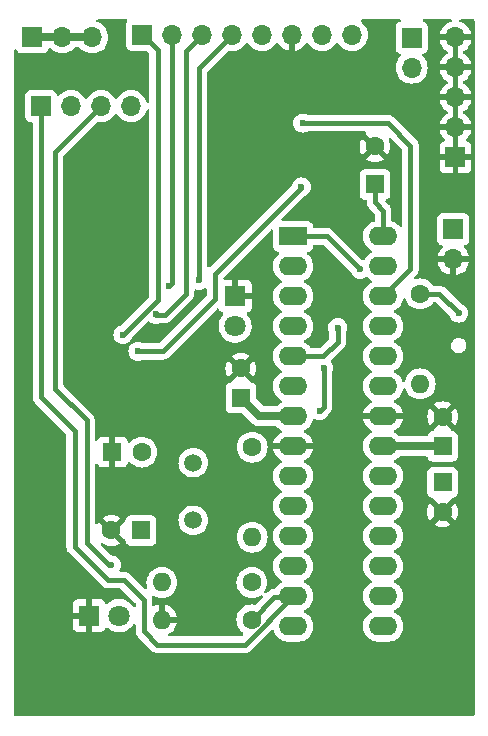
<source format=gbl>
G04 #@! TF.GenerationSoftware,KiCad,Pcbnew,8.0.4*
G04 #@! TF.CreationDate,2024-12-03T14:34:08+01:00*
G04 #@! TF.ProjectId,V2,56322e6b-6963-4616-945f-706362585858,rev?*
G04 #@! TF.SameCoordinates,Original*
G04 #@! TF.FileFunction,Copper,L2,Bot*
G04 #@! TF.FilePolarity,Positive*
%FSLAX46Y46*%
G04 Gerber Fmt 4.6, Leading zero omitted, Abs format (unit mm)*
G04 Created by KiCad (PCBNEW 8.0.4) date 2024-12-03 14:34:08*
%MOMM*%
%LPD*%
G01*
G04 APERTURE LIST*
G04 #@! TA.AperFunction,ComponentPad*
%ADD10R,1.600000X1.600000*%
G04 #@! TD*
G04 #@! TA.AperFunction,ComponentPad*
%ADD11C,1.600000*%
G04 #@! TD*
G04 #@! TA.AperFunction,ComponentPad*
%ADD12R,1.800000X1.800000*%
G04 #@! TD*
G04 #@! TA.AperFunction,ComponentPad*
%ADD13C,1.800000*%
G04 #@! TD*
G04 #@! TA.AperFunction,ComponentPad*
%ADD14R,1.700000X1.700000*%
G04 #@! TD*
G04 #@! TA.AperFunction,ComponentPad*
%ADD15O,1.700000X1.700000*%
G04 #@! TD*
G04 #@! TA.AperFunction,ComponentPad*
%ADD16C,1.500000*%
G04 #@! TD*
G04 #@! TA.AperFunction,ComponentPad*
%ADD17O,1.600000X1.600000*%
G04 #@! TD*
G04 #@! TA.AperFunction,ComponentPad*
%ADD18R,2.400000X1.600000*%
G04 #@! TD*
G04 #@! TA.AperFunction,ComponentPad*
%ADD19O,2.400000X1.600000*%
G04 #@! TD*
G04 #@! TA.AperFunction,ViaPad*
%ADD20C,0.600000*%
G04 #@! TD*
G04 #@! TA.AperFunction,Conductor*
%ADD21C,0.400000*%
G04 #@! TD*
G04 #@! TA.AperFunction,Conductor*
%ADD22C,0.700000*%
G04 #@! TD*
G04 APERTURE END LIST*
D10*
G04 #@! TO.P,C4,1*
G04 #@! TO.N,Net-(U1-XTAL2{slash}PB7)*
X171280000Y-87740000D03*
D11*
G04 #@! TO.P,C4,2*
G04 #@! TO.N,GND*
X168780000Y-87740000D03*
G04 #@! TD*
D10*
G04 #@! TO.P,C3,1*
G04 #@! TO.N,GND*
X168860000Y-81110000D03*
D11*
G04 #@! TO.P,C3,2*
G04 #@! TO.N,Net-(U1-XTAL1{slash}PB6)*
X171360000Y-81110000D03*
G04 #@! TD*
D12*
G04 #@! TO.P,D1,1,K*
G04 #@! TO.N,GND*
X166895000Y-94950000D03*
D13*
G04 #@! TO.P,D1,2,A*
G04 #@! TO.N,Green_LED*
X169435000Y-94950000D03*
G04 #@! TD*
D14*
G04 #@! TO.P,J6,1,Pin_1*
G04 #@! TO.N,5V*
X162085000Y-45990000D03*
D15*
G04 #@! TO.P,J6,2,Pin_2*
X164625000Y-45990000D03*
G04 #@! TO.P,J6,3,Pin_3*
X167165000Y-45990000D03*
G04 #@! TD*
D10*
G04 #@! TO.P,C5,1*
G04 #@! TO.N,5V*
X179750000Y-76515112D03*
D11*
G04 #@! TO.P,C5,2*
G04 #@! TO.N,GND*
X179750000Y-74015112D03*
G04 #@! TD*
D16*
G04 #@! TO.P,Y1,1,1*
G04 #@! TO.N,Net-(U1-XTAL1{slash}PB6)*
X175720000Y-81995000D03*
G04 #@! TO.P,Y1,2,2*
G04 #@! TO.N,Net-(U1-XTAL2{slash}PB7)*
X175720000Y-86875000D03*
G04 #@! TD*
D14*
G04 #@! TO.P,J5,1,Pin_1*
G04 #@! TO.N,GND*
X197920000Y-56150000D03*
D15*
G04 #@! TO.P,J5,2,Pin_2*
X197920000Y-53610000D03*
G04 #@! TO.P,J5,3,Pin_3*
X197920000Y-51070000D03*
G04 #@! TO.P,J5,4,Pin_4*
X197920000Y-48530000D03*
G04 #@! TO.P,J5,5,Pin_5*
X197920000Y-45990000D03*
G04 #@! TD*
D14*
G04 #@! TO.P,J3,1,Pin_1*
G04 #@! TO.N,IR_SENSOR*
X194210000Y-46025000D03*
D15*
G04 #@! TO.P,J3,2,Pin_2*
G04 #@! TO.N,SERVO_PIN*
X194210000Y-48565000D03*
G04 #@! TD*
D14*
G04 #@! TO.P,J2,1,Pin_1*
G04 #@! TO.N,KEY_PIN*
X162840000Y-51820000D03*
D15*
G04 #@! TO.P,J2,2,Pin_2*
G04 #@! TO.N,LCK_EXTENDED*
X165380000Y-51820000D03*
G04 #@! TO.P,J2,3,Pin_3*
G04 #@! TO.N,LCK_RETRACTED*
X167920000Y-51820000D03*
G04 #@! TO.P,J2,4,Pin_4*
G04 #@! TO.N,EXT_ALARM*
X170460000Y-51820000D03*
G04 #@! TD*
D11*
G04 #@! TO.P,R2,1*
G04 #@! TO.N,KEY_PIN*
X180670000Y-95300000D03*
D17*
G04 #@! TO.P,R2,2*
G04 #@! TO.N,GND*
X173050000Y-95300000D03*
G04 #@! TD*
D11*
G04 #@! TO.P,R1,1*
G04 #@! TO.N,IR_SENSOR*
X180680000Y-92140000D03*
D17*
G04 #@! TO.P,R1,2*
G04 #@! TO.N,5V*
X173060000Y-92140000D03*
G04 #@! TD*
D10*
G04 #@! TO.P,BZ1,1,+*
G04 #@! TO.N,BUZZER_PIN*
X191100000Y-58430000D03*
D11*
G04 #@! TO.P,BZ1,2,-*
G04 #@! TO.N,GND*
X191100000Y-55230000D03*
G04 #@! TD*
G04 #@! TO.P,R3,1*
G04 #@! TO.N,Net-(U1-XTAL1{slash}PB6)*
X180710000Y-80690000D03*
D17*
G04 #@! TO.P,R3,2*
G04 #@! TO.N,Net-(U1-XTAL2{slash}PB7)*
X180710000Y-88310000D03*
G04 #@! TD*
D10*
G04 #@! TO.P,C1,1*
G04 #@! TO.N,/AREF*
X196840000Y-80610000D03*
D11*
G04 #@! TO.P,C1,2*
G04 #@! TO.N,GND*
X196840000Y-78110000D03*
G04 #@! TD*
D18*
G04 #@! TO.P,U1,1,~{RESET}/PC6*
G04 #@! TO.N,/DTR*
X184170000Y-62835000D03*
D19*
G04 #@! TO.P,U1,2,PD0*
G04 #@! TO.N,/D0*
X184170000Y-65375000D03*
G04 #@! TO.P,U1,3,PD1*
G04 #@! TO.N,/D1*
X184170000Y-67915000D03*
G04 #@! TO.P,U1,4,PD2*
G04 #@! TO.N,Red_LED*
X184170000Y-70455000D03*
G04 #@! TO.P,U1,5,PD3*
G04 #@! TO.N,SERVO_PIN*
X184170000Y-72995000D03*
G04 #@! TO.P,U1,6,PD4*
G04 #@! TO.N,LCK_EXTENDED*
X184170000Y-75535000D03*
G04 #@! TO.P,U1,7,VCC*
G04 #@! TO.N,5V*
X184170000Y-78075000D03*
G04 #@! TO.P,U1,8,GND*
G04 #@! TO.N,GND*
X184170000Y-80615000D03*
G04 #@! TO.P,U1,9,XTAL1/PB6*
G04 #@! TO.N,Net-(U1-XTAL1{slash}PB6)*
X184170000Y-83155000D03*
G04 #@! TO.P,U1,10,XTAL2/PB7*
G04 #@! TO.N,Net-(U1-XTAL2{slash}PB7)*
X184170000Y-85695000D03*
G04 #@! TO.P,U1,11,PD5*
G04 #@! TO.N,LCK_RETRACTED*
X184170000Y-88235000D03*
G04 #@! TO.P,U1,12,PD6*
G04 #@! TO.N,IR_SENSOR*
X184170000Y-90775000D03*
G04 #@! TO.P,U1,13,PD7*
G04 #@! TO.N,KEY_PIN*
X184170000Y-93315000D03*
G04 #@! TO.P,U1,14,PB0*
G04 #@! TO.N,Green_LED*
X184170000Y-95855000D03*
G04 #@! TO.P,U1,15,PB1*
G04 #@! TO.N,RFID_RST*
X191790000Y-95855000D03*
G04 #@! TO.P,U1,16,PB2*
G04 #@! TO.N,RFID_SDA(SS)*
X191790000Y-93315000D03*
G04 #@! TO.P,U1,17,PB3*
G04 #@! TO.N,RFID_MOSI*
X191790000Y-90775000D03*
G04 #@! TO.P,U1,18,PB4*
G04 #@! TO.N,RFID_MISO*
X191790000Y-88235000D03*
G04 #@! TO.P,U1,19,PB5*
G04 #@! TO.N,RFID_SCK*
X191790000Y-85695000D03*
G04 #@! TO.P,U1,20,AVCC*
G04 #@! TO.N,5V*
X191790000Y-83155000D03*
G04 #@! TO.P,U1,21,AREF*
G04 #@! TO.N,/AREF*
X191790000Y-80615000D03*
G04 #@! TO.P,U1,22,GND*
G04 #@! TO.N,GND*
X191790000Y-78075000D03*
G04 #@! TO.P,U1,23,PC0*
G04 #@! TO.N,/A0*
X191790000Y-75535000D03*
G04 #@! TO.P,U1,24,PC1*
G04 #@! TO.N,/A1*
X191790000Y-72995000D03*
G04 #@! TO.P,U1,25,PC2*
G04 #@! TO.N,/A2*
X191790000Y-70455000D03*
G04 #@! TO.P,U1,26,PC3*
G04 #@! TO.N,EXT_ALARM*
X191790000Y-67915000D03*
G04 #@! TO.P,U1,27,PC4*
G04 #@! TO.N,/A4*
X191790000Y-65375000D03*
G04 #@! TO.P,U1,28,PC5*
G04 #@! TO.N,BUZZER_PIN*
X191790000Y-62835000D03*
G04 #@! TD*
D12*
G04 #@! TO.P,D2,1,K*
G04 #@! TO.N,GND*
X179260000Y-67900000D03*
D13*
G04 #@! TO.P,D2,2,A*
G04 #@! TO.N,Red_LED*
X179260000Y-70440000D03*
G04 #@! TD*
D14*
G04 #@! TO.P,J1,1,Pin_1*
G04 #@! TO.N,RFID_SDA(SS)*
X171390000Y-45780000D03*
D15*
G04 #@! TO.P,J1,2,Pin_2*
G04 #@! TO.N,RFID_SCK*
X173930000Y-45780000D03*
G04 #@! TO.P,J1,3,Pin_3*
G04 #@! TO.N,RFID_MOSI*
X176470000Y-45780000D03*
G04 #@! TO.P,J1,4,Pin_4*
G04 #@! TO.N,RFID_MISO*
X179010000Y-45780000D03*
G04 #@! TO.P,J1,5,Pin_5*
G04 #@! TO.N,unconnected-(J1-Pin_5-Pad5)*
X181550000Y-45780000D03*
G04 #@! TO.P,J1,6,Pin_6*
G04 #@! TO.N,GND*
X184090000Y-45780000D03*
G04 #@! TO.P,J1,7,Pin_7*
G04 #@! TO.N,RFID_RST*
X186630000Y-45780000D03*
G04 #@! TO.P,J1,8,Pin_8*
G04 #@! TO.N,5V*
X189170000Y-45780000D03*
G04 #@! TD*
D11*
G04 #@! TO.P,R4,1*
G04 #@! TO.N,/DTR*
X194930000Y-67710000D03*
D17*
G04 #@! TO.P,R4,2*
G04 #@! TO.N,5V*
X194930000Y-75330000D03*
G04 #@! TD*
D14*
G04 #@! TO.P,J7,1,Pin_1*
G04 #@! TO.N,5V*
X197740000Y-62240000D03*
D15*
G04 #@! TO.P,J7,2,Pin_2*
G04 #@! TO.N,GND*
X197740000Y-64780000D03*
G04 #@! TD*
D10*
G04 #@! TO.P,C2,1*
G04 #@! TO.N,5V*
X196820000Y-83670000D03*
D11*
G04 #@! TO.P,C2,2*
G04 #@! TO.N,GND*
X196820000Y-86170000D03*
G04 #@! TD*
D20*
G04 #@! TO.N,RFID_MISO*
X176220000Y-66560000D03*
G04 #@! TO.N,IR_SENSOR*
X186770000Y-74010000D03*
X186440000Y-77590000D03*
G04 #@! TO.N,RFID_RST*
X184880000Y-58650000D03*
X171020000Y-72570000D03*
G04 #@! TO.N,RFID_SCK*
X173700000Y-67020000D03*
G04 #@! TO.N,RFID_SDA(SS)*
X169760000Y-71180000D03*
G04 #@! TO.N,RFID_MOSI*
X172551497Y-69449164D03*
G04 #@! TO.N,EXT_ALARM*
X184980000Y-53250000D03*
G04 #@! TO.N,LCK_RETRACTED*
X168780000Y-90660000D03*
G04 #@! TO.N,SERVO_PIN*
X187940000Y-70560000D03*
G04 #@! TO.N,GND*
X166700000Y-56570000D03*
X184080000Y-47710000D03*
X181960000Y-79230000D03*
G04 #@! TO.N,/DTR*
X198190000Y-69340000D03*
X189850000Y-65640000D03*
G04 #@! TD*
D21*
G04 #@! TO.N,KEY_PIN*
X165670000Y-79300000D02*
X165670000Y-89110000D01*
X162840000Y-76470000D02*
X165670000Y-79300000D01*
X171550000Y-96290000D02*
X172670000Y-97410000D01*
X165670000Y-89110000D02*
X168500000Y-91940000D01*
X171550000Y-93600000D02*
X171550000Y-96290000D01*
X169890000Y-91940000D02*
X171550000Y-93600000D01*
X172670000Y-97410000D02*
X180075000Y-97410000D01*
X168500000Y-91940000D02*
X169890000Y-91940000D01*
X182560000Y-93400000D02*
X184085000Y-93400000D01*
X162840000Y-51820000D02*
X162840000Y-76470000D01*
X180075000Y-97410000D02*
X184170000Y-93315000D01*
X180670000Y-95300000D02*
X182560000Y-93410000D01*
X184085000Y-93400000D02*
X184170000Y-93315000D01*
X182560000Y-93410000D02*
X182560000Y-93400000D01*
G04 #@! TO.N,RFID_MISO*
X176220000Y-66560000D02*
X176220000Y-48570000D01*
X176220000Y-48570000D02*
X179010000Y-45780000D01*
D22*
G04 #@! TO.N,/AREF*
X196835000Y-80615000D02*
X196840000Y-80610000D01*
X191790000Y-80615000D02*
X196835000Y-80615000D01*
D21*
G04 #@! TO.N,BUZZER_PIN*
X191790000Y-60660000D02*
X191790000Y-62835000D01*
X191100000Y-58430000D02*
X191100000Y-59970000D01*
X191100000Y-59970000D02*
X191790000Y-60660000D01*
G04 #@! TO.N,IR_SENSOR*
X186770000Y-74010000D02*
X186770000Y-77260000D01*
X186420000Y-77570000D02*
X186440000Y-77590000D01*
X186770000Y-77260000D02*
X186440000Y-77590000D01*
G04 #@! TO.N,RFID_RST*
X184565000Y-58985000D02*
X177560000Y-65990000D01*
X184800000Y-58750000D02*
X184565000Y-58985000D01*
X173118528Y-72570000D02*
X171020000Y-72570000D01*
X177560000Y-68128528D02*
X173118528Y-72570000D01*
X177560000Y-65990000D02*
X177560000Y-68128528D01*
D22*
G04 #@! TO.N,5V*
X162085000Y-45990000D02*
X167165000Y-45990000D01*
X181309888Y-78075000D02*
X179750000Y-76515112D01*
X184170000Y-78075000D02*
X181309888Y-78075000D01*
D21*
G04 #@! TO.N,RFID_SCK*
X173930000Y-66790000D02*
X173930000Y-45780000D01*
X173700000Y-67020000D02*
X173930000Y-66790000D01*
G04 #@! TO.N,RFID_SDA(SS)*
X169760000Y-71180000D02*
X172710000Y-68230000D01*
X172710000Y-47100000D02*
X171390000Y-45780000D01*
X172710000Y-68230000D02*
X172710000Y-47100000D01*
G04 #@! TO.N,RFID_MOSI*
X175110000Y-67710000D02*
X175110000Y-47140000D01*
X172582333Y-69480000D02*
X173340000Y-69480000D01*
X173340000Y-69480000D02*
X175110000Y-67710000D01*
X172551497Y-69449164D02*
X172582333Y-69480000D01*
X175110000Y-47140000D02*
X176470000Y-45780000D01*
G04 #@! TO.N,EXT_ALARM*
X194100000Y-65605000D02*
X191790000Y-67915000D01*
X184980000Y-53250000D02*
X192190000Y-53250000D01*
X194100000Y-55160000D02*
X194100000Y-65605000D01*
X192190000Y-53250000D02*
X194100000Y-55160000D01*
G04 #@! TO.N,LCK_RETRACTED*
X168560000Y-90660000D02*
X166680000Y-88780000D01*
X164030000Y-75760000D02*
X164030000Y-55710000D01*
X168780000Y-90660000D02*
X168560000Y-90660000D01*
X166680000Y-78410000D02*
X164030000Y-75760000D01*
X166680000Y-88780000D02*
X166680000Y-78410000D01*
X164030000Y-55710000D02*
X167920000Y-51820000D01*
G04 #@! TO.N,SERVO_PIN*
X187940000Y-70560000D02*
X187940000Y-71790000D01*
X186735000Y-72995000D02*
X184170000Y-72995000D01*
X187940000Y-71790000D02*
X186735000Y-72995000D01*
G04 #@! TO.N,/DTR*
X189850000Y-65640000D02*
X187045000Y-62835000D01*
X196560000Y-67710000D02*
X194930000Y-67710000D01*
X187045000Y-62835000D02*
X184170000Y-62835000D01*
X198190000Y-69340000D02*
X196560000Y-67710000D01*
G04 #@! TD*
G04 #@! TA.AperFunction,Conductor*
G04 #@! TO.N,GND*
G36*
X170085579Y-44480185D02*
G01*
X170131334Y-44532989D01*
X170141278Y-44602147D01*
X170117807Y-44658811D01*
X170096204Y-44687668D01*
X170096202Y-44687671D01*
X170045908Y-44822517D01*
X170039501Y-44882116D01*
X170039500Y-44882135D01*
X170039500Y-46677870D01*
X170039501Y-46677876D01*
X170045908Y-46737483D01*
X170096202Y-46872328D01*
X170096206Y-46872335D01*
X170182452Y-46987544D01*
X170182455Y-46987547D01*
X170297664Y-47073793D01*
X170297671Y-47073797D01*
X170432517Y-47124091D01*
X170432516Y-47124091D01*
X170439444Y-47124835D01*
X170492127Y-47130500D01*
X171698480Y-47130499D01*
X171765519Y-47150184D01*
X171786161Y-47166818D01*
X171973181Y-47353838D01*
X172006666Y-47415161D01*
X172009500Y-47441519D01*
X172009500Y-51443006D01*
X171989815Y-51510045D01*
X171937011Y-51555800D01*
X171867853Y-51565744D01*
X171804297Y-51536719D01*
X171766523Y-51477941D01*
X171765725Y-51475099D01*
X171733905Y-51356344D01*
X171733904Y-51356343D01*
X171733903Y-51356337D01*
X171634035Y-51142171D01*
X171629593Y-51135826D01*
X171498494Y-50948597D01*
X171331402Y-50781506D01*
X171331395Y-50781501D01*
X171137834Y-50645967D01*
X171137830Y-50645965D01*
X171137828Y-50645964D01*
X170923663Y-50546097D01*
X170923659Y-50546096D01*
X170923655Y-50546094D01*
X170695413Y-50484938D01*
X170695403Y-50484936D01*
X170460001Y-50464341D01*
X170459999Y-50464341D01*
X170224596Y-50484936D01*
X170224586Y-50484938D01*
X169996344Y-50546094D01*
X169996335Y-50546098D01*
X169782171Y-50645964D01*
X169782169Y-50645965D01*
X169588597Y-50781505D01*
X169421505Y-50948597D01*
X169291575Y-51134158D01*
X169236998Y-51177783D01*
X169167500Y-51184977D01*
X169105145Y-51153454D01*
X169088425Y-51134158D01*
X168958494Y-50948597D01*
X168791402Y-50781506D01*
X168791395Y-50781501D01*
X168597834Y-50645967D01*
X168597830Y-50645965D01*
X168597828Y-50645964D01*
X168383663Y-50546097D01*
X168383659Y-50546096D01*
X168383655Y-50546094D01*
X168155413Y-50484938D01*
X168155403Y-50484936D01*
X167920001Y-50464341D01*
X167919999Y-50464341D01*
X167684596Y-50484936D01*
X167684586Y-50484938D01*
X167456344Y-50546094D01*
X167456335Y-50546098D01*
X167242171Y-50645964D01*
X167242169Y-50645965D01*
X167048597Y-50781505D01*
X166881505Y-50948597D01*
X166751575Y-51134158D01*
X166696998Y-51177783D01*
X166627500Y-51184977D01*
X166565145Y-51153454D01*
X166548425Y-51134158D01*
X166418494Y-50948597D01*
X166251402Y-50781506D01*
X166251395Y-50781501D01*
X166057834Y-50645967D01*
X166057830Y-50645965D01*
X166057828Y-50645964D01*
X165843663Y-50546097D01*
X165843659Y-50546096D01*
X165843655Y-50546094D01*
X165615413Y-50484938D01*
X165615403Y-50484936D01*
X165380001Y-50464341D01*
X165379999Y-50464341D01*
X165144596Y-50484936D01*
X165144586Y-50484938D01*
X164916344Y-50546094D01*
X164916335Y-50546098D01*
X164702171Y-50645964D01*
X164702169Y-50645965D01*
X164508600Y-50781503D01*
X164386673Y-50903430D01*
X164325350Y-50936914D01*
X164255658Y-50931930D01*
X164199725Y-50890058D01*
X164182810Y-50859081D01*
X164133797Y-50727671D01*
X164133793Y-50727664D01*
X164047547Y-50612455D01*
X164047544Y-50612452D01*
X163932335Y-50526206D01*
X163932328Y-50526202D01*
X163797482Y-50475908D01*
X163797483Y-50475908D01*
X163737883Y-50469501D01*
X163737881Y-50469500D01*
X163737873Y-50469500D01*
X163737864Y-50469500D01*
X161942129Y-50469500D01*
X161942123Y-50469501D01*
X161882516Y-50475908D01*
X161747671Y-50526202D01*
X161747664Y-50526206D01*
X161632455Y-50612452D01*
X161632452Y-50612455D01*
X161546206Y-50727664D01*
X161546202Y-50727671D01*
X161495908Y-50862517D01*
X161489501Y-50922116D01*
X161489500Y-50922135D01*
X161489500Y-52717870D01*
X161489501Y-52717876D01*
X161495908Y-52777483D01*
X161546202Y-52912328D01*
X161546206Y-52912335D01*
X161632452Y-53027544D01*
X161632455Y-53027547D01*
X161747664Y-53113793D01*
X161747671Y-53113797D01*
X161792618Y-53130561D01*
X161882517Y-53164091D01*
X161942127Y-53170500D01*
X162015500Y-53170499D01*
X162082538Y-53190183D01*
X162128294Y-53242986D01*
X162139500Y-53294499D01*
X162139500Y-76401006D01*
X162139500Y-76538994D01*
X162139500Y-76538996D01*
X162139499Y-76538996D01*
X162166418Y-76674322D01*
X162166421Y-76674332D01*
X162219222Y-76801807D01*
X162295887Y-76916545D01*
X162295888Y-76916546D01*
X164933181Y-79553837D01*
X164966666Y-79615160D01*
X164969500Y-79641518D01*
X164969500Y-89041006D01*
X164969500Y-89178994D01*
X164969500Y-89178996D01*
X164969499Y-89178996D01*
X164996418Y-89314322D01*
X164996421Y-89314332D01*
X165049222Y-89441807D01*
X165125887Y-89556545D01*
X165125888Y-89556546D01*
X167955886Y-92386542D01*
X168037125Y-92467781D01*
X168053459Y-92484115D01*
X168168182Y-92560771D01*
X168168195Y-92560778D01*
X168230284Y-92586496D01*
X168230285Y-92586496D01*
X168295671Y-92613580D01*
X168305505Y-92615536D01*
X168355705Y-92625521D01*
X168431004Y-92640500D01*
X168431007Y-92640500D01*
X169548481Y-92640500D01*
X169615520Y-92660185D01*
X169636162Y-92676819D01*
X170813181Y-93853838D01*
X170846666Y-93915161D01*
X170849500Y-93941519D01*
X170849500Y-94137972D01*
X170829815Y-94205011D01*
X170777011Y-94250766D01*
X170707853Y-94260710D01*
X170644297Y-94231685D01*
X170621691Y-94205794D01*
X170543981Y-94086850D01*
X170543980Y-94086849D01*
X170543979Y-94086847D01*
X170386784Y-93916087D01*
X170386779Y-93916083D01*
X170386777Y-93916081D01*
X170203634Y-93773535D01*
X170203628Y-93773531D01*
X169999504Y-93663064D01*
X169999495Y-93663061D01*
X169779984Y-93587702D01*
X169592404Y-93556401D01*
X169551049Y-93549500D01*
X169318951Y-93549500D01*
X169277596Y-93556401D01*
X169090015Y-93587702D01*
X168870504Y-93663061D01*
X168870495Y-93663064D01*
X168666371Y-93773531D01*
X168666365Y-93773535D01*
X168483222Y-93916081D01*
X168483215Y-93916087D01*
X168474484Y-93925572D01*
X168414595Y-93961561D01*
X168344757Y-93959458D01*
X168287143Y-93919932D01*
X168267075Y-93884918D01*
X168238355Y-93807915D01*
X168238350Y-93807906D01*
X168152190Y-93692812D01*
X168152187Y-93692809D01*
X168037093Y-93606649D01*
X168037086Y-93606645D01*
X167902379Y-93556403D01*
X167902372Y-93556401D01*
X167842844Y-93550000D01*
X167145000Y-93550000D01*
X167145000Y-94574722D01*
X167068694Y-94530667D01*
X166954244Y-94500000D01*
X166835756Y-94500000D01*
X166721306Y-94530667D01*
X166645000Y-94574722D01*
X166645000Y-93550000D01*
X165947155Y-93550000D01*
X165887627Y-93556401D01*
X165887620Y-93556403D01*
X165752913Y-93606645D01*
X165752906Y-93606649D01*
X165637812Y-93692809D01*
X165637809Y-93692812D01*
X165551649Y-93807906D01*
X165551645Y-93807913D01*
X165501403Y-93942620D01*
X165501401Y-93942627D01*
X165495000Y-94002155D01*
X165495000Y-94700000D01*
X166519722Y-94700000D01*
X166475667Y-94776306D01*
X166445000Y-94890756D01*
X166445000Y-95009244D01*
X166475667Y-95123694D01*
X166519722Y-95200000D01*
X165495000Y-95200000D01*
X165495000Y-95897844D01*
X165501401Y-95957372D01*
X165501403Y-95957379D01*
X165551645Y-96092086D01*
X165551649Y-96092093D01*
X165637809Y-96207187D01*
X165637812Y-96207190D01*
X165752906Y-96293350D01*
X165752913Y-96293354D01*
X165887620Y-96343596D01*
X165887627Y-96343598D01*
X165947155Y-96349999D01*
X165947172Y-96350000D01*
X166645000Y-96350000D01*
X166645000Y-95325277D01*
X166721306Y-95369333D01*
X166835756Y-95400000D01*
X166954244Y-95400000D01*
X167068694Y-95369333D01*
X167145000Y-95325277D01*
X167145000Y-96350000D01*
X167842828Y-96350000D01*
X167842844Y-96349999D01*
X167902372Y-96343598D01*
X167902379Y-96343596D01*
X168037086Y-96293354D01*
X168037093Y-96293350D01*
X168152187Y-96207190D01*
X168152190Y-96207187D01*
X168238350Y-96092093D01*
X168238355Y-96092084D01*
X168267075Y-96015081D01*
X168308945Y-95959147D01*
X168374409Y-95934729D01*
X168442682Y-95949580D01*
X168474484Y-95974428D01*
X168483216Y-95983913D01*
X168483219Y-95983915D01*
X168483222Y-95983918D01*
X168666365Y-96126464D01*
X168666371Y-96126468D01*
X168666374Y-96126470D01*
X168870497Y-96236936D01*
X168984487Y-96276068D01*
X169090015Y-96312297D01*
X169090017Y-96312297D01*
X169090019Y-96312298D01*
X169318951Y-96350500D01*
X169318952Y-96350500D01*
X169551048Y-96350500D01*
X169551049Y-96350500D01*
X169779981Y-96312298D01*
X169999503Y-96236936D01*
X170203626Y-96126470D01*
X170386784Y-95983913D01*
X170543979Y-95813153D01*
X170583509Y-95752648D01*
X170621691Y-95694206D01*
X170674837Y-95648849D01*
X170744069Y-95639425D01*
X170807405Y-95668927D01*
X170844736Y-95727987D01*
X170849500Y-95762027D01*
X170849500Y-96221006D01*
X170849500Y-96358994D01*
X170849500Y-96358996D01*
X170849499Y-96358996D01*
X170876418Y-96494322D01*
X170876421Y-96494332D01*
X170929222Y-96621807D01*
X171005887Y-96736545D01*
X172223454Y-97954112D01*
X172338190Y-98030776D01*
X172436790Y-98071617D01*
X172465671Y-98083580D01*
X172465672Y-98083580D01*
X172465677Y-98083582D01*
X172492545Y-98088925D01*
X172492551Y-98088926D01*
X172492591Y-98088934D01*
X172582937Y-98106905D01*
X172601006Y-98110500D01*
X172601007Y-98110500D01*
X180143996Y-98110500D01*
X180252457Y-98088925D01*
X180279328Y-98083580D01*
X180343069Y-98057177D01*
X180406807Y-98030777D01*
X180406808Y-98030776D01*
X180406811Y-98030775D01*
X180521543Y-97954114D01*
X182312974Y-96162681D01*
X182374295Y-96129198D01*
X182443986Y-96134182D01*
X182499920Y-96176053D01*
X182518584Y-96212045D01*
X182564781Y-96354223D01*
X182657715Y-96536613D01*
X182778028Y-96702213D01*
X182922786Y-96846971D01*
X183077749Y-96959556D01*
X183088390Y-96967287D01*
X183204607Y-97026503D01*
X183270776Y-97060218D01*
X183270778Y-97060218D01*
X183270781Y-97060220D01*
X183375137Y-97094127D01*
X183465465Y-97123477D01*
X183566557Y-97139488D01*
X183667648Y-97155500D01*
X183667649Y-97155500D01*
X184672351Y-97155500D01*
X184672352Y-97155500D01*
X184874534Y-97123477D01*
X185069219Y-97060220D01*
X185251610Y-96967287D01*
X185344590Y-96899732D01*
X185417213Y-96846971D01*
X185417215Y-96846968D01*
X185417219Y-96846966D01*
X185561966Y-96702219D01*
X185561968Y-96702215D01*
X185561971Y-96702213D01*
X185620388Y-96621807D01*
X185682287Y-96536610D01*
X185775220Y-96354219D01*
X185838477Y-96159534D01*
X185870500Y-95957352D01*
X185870500Y-95752648D01*
X185838477Y-95550466D01*
X185830752Y-95526692D01*
X185807261Y-95454394D01*
X185775220Y-95355781D01*
X185775218Y-95355778D01*
X185775218Y-95355776D01*
X185695845Y-95200000D01*
X185682287Y-95173390D01*
X185646181Y-95123694D01*
X185561971Y-95007786D01*
X185417213Y-94863028D01*
X185251614Y-94742715D01*
X185204472Y-94718695D01*
X185158917Y-94695483D01*
X185108123Y-94647511D01*
X185091328Y-94579690D01*
X185113865Y-94513555D01*
X185158917Y-94474516D01*
X185251610Y-94427287D01*
X185272770Y-94411913D01*
X185417213Y-94306971D01*
X185417215Y-94306968D01*
X185417219Y-94306966D01*
X185561966Y-94162219D01*
X185561968Y-94162215D01*
X185561971Y-94162213D01*
X185616724Y-94086850D01*
X185682287Y-93996610D01*
X185775220Y-93814219D01*
X185838477Y-93619534D01*
X185870500Y-93417352D01*
X185870500Y-93212648D01*
X185838477Y-93010466D01*
X185775220Y-92815781D01*
X185775218Y-92815778D01*
X185775218Y-92815776D01*
X185729687Y-92726418D01*
X185682287Y-92633390D01*
X185627253Y-92557641D01*
X185561971Y-92467786D01*
X185417213Y-92323028D01*
X185251614Y-92202715D01*
X185245006Y-92199348D01*
X185158917Y-92155483D01*
X185108123Y-92107511D01*
X185091328Y-92039690D01*
X185113865Y-91973555D01*
X185158917Y-91934516D01*
X185251610Y-91887287D01*
X185272770Y-91871913D01*
X185417213Y-91766971D01*
X185417215Y-91766968D01*
X185417219Y-91766966D01*
X185561966Y-91622219D01*
X185561968Y-91622215D01*
X185561971Y-91622213D01*
X185614732Y-91549590D01*
X185682287Y-91456610D01*
X185775220Y-91274219D01*
X185838477Y-91079534D01*
X185870500Y-90877352D01*
X185870500Y-90672648D01*
X185838477Y-90470466D01*
X185775220Y-90275781D01*
X185775218Y-90275778D01*
X185775218Y-90275776D01*
X185715073Y-90157737D01*
X185682287Y-90093390D01*
X185636366Y-90030184D01*
X185561971Y-89927786D01*
X185417213Y-89783028D01*
X185251614Y-89662715D01*
X185245006Y-89659348D01*
X185158917Y-89615483D01*
X185108123Y-89567511D01*
X185091328Y-89499690D01*
X185113865Y-89433555D01*
X185158917Y-89394516D01*
X185251610Y-89347287D01*
X185302870Y-89310045D01*
X185417213Y-89226971D01*
X185417215Y-89226968D01*
X185417219Y-89226966D01*
X185561966Y-89082219D01*
X185561968Y-89082215D01*
X185561971Y-89082213D01*
X185646208Y-88966269D01*
X185682287Y-88916610D01*
X185775220Y-88734219D01*
X185838477Y-88539534D01*
X185870500Y-88337352D01*
X185870500Y-88132648D01*
X185858134Y-88054573D01*
X185838477Y-87930465D01*
X185793701Y-87792661D01*
X185775220Y-87735781D01*
X185775218Y-87735778D01*
X185775218Y-87735776D01*
X185735215Y-87657267D01*
X185682287Y-87553390D01*
X185645414Y-87502638D01*
X185561971Y-87387786D01*
X185417213Y-87243028D01*
X185251614Y-87122715D01*
X185245006Y-87119348D01*
X185158917Y-87075483D01*
X185108123Y-87027511D01*
X185091328Y-86959690D01*
X185113865Y-86893555D01*
X185158917Y-86854516D01*
X185251610Y-86807287D01*
X185272770Y-86791913D01*
X185417213Y-86686971D01*
X185417215Y-86686968D01*
X185417219Y-86686966D01*
X185561966Y-86542219D01*
X185561968Y-86542215D01*
X185561971Y-86542213D01*
X185614732Y-86469590D01*
X185682287Y-86376610D01*
X185775220Y-86194219D01*
X185838477Y-85999534D01*
X185870500Y-85797352D01*
X185870500Y-85592648D01*
X185858599Y-85517512D01*
X185838477Y-85390465D01*
X185775218Y-85195776D01*
X185697306Y-85042867D01*
X185682287Y-85013390D01*
X185652202Y-84971981D01*
X185561971Y-84847786D01*
X185417213Y-84703028D01*
X185251614Y-84582715D01*
X185241344Y-84577482D01*
X185158917Y-84535483D01*
X185108123Y-84487511D01*
X185091328Y-84419690D01*
X185113865Y-84353555D01*
X185158917Y-84314516D01*
X185251610Y-84267287D01*
X185272770Y-84251913D01*
X185417213Y-84146971D01*
X185417215Y-84146968D01*
X185417219Y-84146966D01*
X185561966Y-84002219D01*
X185561968Y-84002215D01*
X185561971Y-84002213D01*
X185614732Y-83929590D01*
X185682287Y-83836610D01*
X185775220Y-83654219D01*
X185838477Y-83459534D01*
X185870500Y-83257352D01*
X185870500Y-83052648D01*
X185838477Y-82850466D01*
X185829269Y-82822128D01*
X185775218Y-82655776D01*
X185741503Y-82589607D01*
X185682287Y-82473390D01*
X185648005Y-82426204D01*
X185561971Y-82307786D01*
X185417213Y-82163028D01*
X185251611Y-82042713D01*
X185158369Y-81995203D01*
X185107574Y-81947229D01*
X185090779Y-81879407D01*
X185113317Y-81813273D01*
X185158371Y-81774234D01*
X185251347Y-81726861D01*
X185416894Y-81606582D01*
X185416895Y-81606582D01*
X185561582Y-81461895D01*
X185561582Y-81461894D01*
X185681859Y-81296349D01*
X185774755Y-81114029D01*
X185837990Y-80919413D01*
X185846609Y-80865000D01*
X184485686Y-80865000D01*
X184490080Y-80860606D01*
X184542741Y-80769394D01*
X184570000Y-80667661D01*
X184570000Y-80562339D01*
X184542741Y-80460606D01*
X184490080Y-80369394D01*
X184485686Y-80365000D01*
X185846609Y-80365000D01*
X185837990Y-80310586D01*
X185774755Y-80115970D01*
X185681859Y-79933650D01*
X185561582Y-79768105D01*
X185561582Y-79768104D01*
X185416895Y-79623417D01*
X185251349Y-79503140D01*
X185158370Y-79455765D01*
X185107574Y-79407790D01*
X185090779Y-79339969D01*
X185113316Y-79273835D01*
X185158370Y-79234795D01*
X185159471Y-79234234D01*
X185251610Y-79187287D01*
X185272770Y-79171913D01*
X185417213Y-79066971D01*
X185417215Y-79066968D01*
X185417219Y-79066966D01*
X185561966Y-78922219D01*
X185561968Y-78922215D01*
X185561971Y-78922213D01*
X185624991Y-78835472D01*
X185682287Y-78756610D01*
X185775220Y-78574219D01*
X185838477Y-78379534D01*
X185841082Y-78363088D01*
X185871011Y-78299953D01*
X185930322Y-78263021D01*
X186000185Y-78264019D01*
X186029527Y-78277491D01*
X186090478Y-78315789D01*
X186225651Y-78363088D01*
X186260745Y-78375368D01*
X186260750Y-78375369D01*
X186439996Y-78395565D01*
X186440000Y-78395565D01*
X186440004Y-78395565D01*
X186619249Y-78375369D01*
X186619252Y-78375368D01*
X186619255Y-78375368D01*
X186789522Y-78315789D01*
X186942262Y-78219816D01*
X187069816Y-78092262D01*
X187165789Y-77939522D01*
X187202008Y-77836012D01*
X187231365Y-77789289D01*
X187314113Y-77706543D01*
X187336755Y-77672658D01*
X187336757Y-77672656D01*
X187350169Y-77652581D01*
X187390775Y-77591811D01*
X187443580Y-77464328D01*
X187470500Y-77328993D01*
X187470500Y-74435493D01*
X187489508Y-74369519D01*
X187495787Y-74359525D01*
X187495786Y-74359525D01*
X187495789Y-74359522D01*
X187555368Y-74189255D01*
X187557593Y-74169506D01*
X187575565Y-74010003D01*
X187575565Y-74009996D01*
X187555369Y-73830750D01*
X187555368Y-73830745D01*
X187540586Y-73788501D01*
X187495789Y-73660478D01*
X187399816Y-73507738D01*
X187394048Y-73501970D01*
X187360563Y-73440647D01*
X187365547Y-73370955D01*
X187394048Y-73326608D01*
X187931814Y-72788842D01*
X188484113Y-72236543D01*
X188494848Y-72220478D01*
X188560775Y-72121811D01*
X188613580Y-71994328D01*
X188631192Y-71905788D01*
X188640500Y-71858995D01*
X188640500Y-70985493D01*
X188659508Y-70919519D01*
X188665787Y-70909525D01*
X188665786Y-70909525D01*
X188665789Y-70909522D01*
X188725368Y-70739255D01*
X188725369Y-70739249D01*
X188745565Y-70560003D01*
X188745565Y-70559996D01*
X188725369Y-70380750D01*
X188725368Y-70380745D01*
X188665788Y-70210476D01*
X188583163Y-70078980D01*
X188569816Y-70057738D01*
X188442262Y-69930184D01*
X188289523Y-69834211D01*
X188119254Y-69774631D01*
X188119249Y-69774630D01*
X187940004Y-69754435D01*
X187939996Y-69754435D01*
X187760750Y-69774630D01*
X187760745Y-69774631D01*
X187590476Y-69834211D01*
X187437737Y-69930184D01*
X187310184Y-70057737D01*
X187214211Y-70210476D01*
X187154631Y-70380745D01*
X187154630Y-70380750D01*
X187134435Y-70559996D01*
X187134435Y-70560003D01*
X187154630Y-70739249D01*
X187154631Y-70739254D01*
X187214212Y-70909525D01*
X187220492Y-70919519D01*
X187239500Y-70985493D01*
X187239500Y-71448481D01*
X187219815Y-71515520D01*
X187203181Y-71536162D01*
X186481162Y-72258181D01*
X186419839Y-72291666D01*
X186393481Y-72294500D01*
X185731744Y-72294500D01*
X185664705Y-72274815D01*
X185631425Y-72243384D01*
X185561969Y-72147784D01*
X185417213Y-72003028D01*
X185251614Y-71882715D01*
X185220116Y-71866666D01*
X185158917Y-71835483D01*
X185108123Y-71787511D01*
X185091328Y-71719690D01*
X185113865Y-71653555D01*
X185158917Y-71614516D01*
X185251610Y-71567287D01*
X185303588Y-71529523D01*
X185417213Y-71446971D01*
X185417215Y-71446968D01*
X185417219Y-71446966D01*
X185561966Y-71302219D01*
X185561968Y-71302215D01*
X185561971Y-71302213D01*
X185650760Y-71180003D01*
X185682287Y-71136610D01*
X185775220Y-70954219D01*
X185838477Y-70759534D01*
X185870500Y-70557352D01*
X185870500Y-70352648D01*
X185843234Y-70180500D01*
X185838477Y-70150465D01*
X185802383Y-70039380D01*
X185775220Y-69955781D01*
X185775218Y-69955778D01*
X185775218Y-69955776D01*
X185717379Y-69842262D01*
X185682287Y-69773390D01*
X185674556Y-69762749D01*
X185561971Y-69607786D01*
X185417213Y-69463028D01*
X185251614Y-69342715D01*
X185245006Y-69339348D01*
X185158917Y-69295483D01*
X185108123Y-69247511D01*
X185091328Y-69179690D01*
X185113865Y-69113555D01*
X185158917Y-69074516D01*
X185251610Y-69027287D01*
X185302274Y-68990478D01*
X185417213Y-68906971D01*
X185417215Y-68906968D01*
X185417219Y-68906966D01*
X185561966Y-68762219D01*
X185561968Y-68762215D01*
X185561971Y-68762213D01*
X185669499Y-68614211D01*
X185682287Y-68596610D01*
X185775220Y-68414219D01*
X185838477Y-68219534D01*
X185870500Y-68017352D01*
X185870500Y-67812648D01*
X185838477Y-67610466D01*
X185775220Y-67415781D01*
X185775218Y-67415778D01*
X185775218Y-67415776D01*
X185730465Y-67327944D01*
X185682287Y-67233390D01*
X185650629Y-67189816D01*
X185561971Y-67067786D01*
X185417213Y-66923028D01*
X185251614Y-66802715D01*
X185245006Y-66799348D01*
X185158917Y-66755483D01*
X185108123Y-66707511D01*
X185091328Y-66639690D01*
X185113865Y-66573555D01*
X185158917Y-66534516D01*
X185251610Y-66487287D01*
X185309036Y-66445565D01*
X185417213Y-66366971D01*
X185417215Y-66366968D01*
X185417219Y-66366966D01*
X185561966Y-66222219D01*
X185561968Y-66222215D01*
X185561971Y-66222213D01*
X185620058Y-66142262D01*
X185682287Y-66056610D01*
X185775220Y-65874219D01*
X185838477Y-65679534D01*
X185870500Y-65477352D01*
X185870500Y-65272648D01*
X185865881Y-65243486D01*
X185838477Y-65070465D01*
X185806806Y-64972993D01*
X185775220Y-64875781D01*
X185775218Y-64875778D01*
X185775218Y-64875776D01*
X185741503Y-64809607D01*
X185682287Y-64693390D01*
X185674556Y-64682749D01*
X185561971Y-64527786D01*
X185417219Y-64383034D01*
X185380930Y-64356669D01*
X185338264Y-64301339D01*
X185332285Y-64231726D01*
X185364890Y-64169931D01*
X185425728Y-64135573D01*
X185440562Y-64133060D01*
X185477483Y-64129091D01*
X185612328Y-64078797D01*
X185612327Y-64078797D01*
X185612331Y-64078796D01*
X185727546Y-63992546D01*
X185813796Y-63877331D01*
X185864091Y-63742483D01*
X185870500Y-63682873D01*
X185870500Y-63659500D01*
X185890185Y-63592461D01*
X185942989Y-63546706D01*
X185994500Y-63535500D01*
X186703481Y-63535500D01*
X186770520Y-63555185D01*
X186791162Y-63571819D01*
X189058630Y-65839287D01*
X189087990Y-65886013D01*
X189124209Y-65989519D01*
X189143812Y-66020717D01*
X189220184Y-66142262D01*
X189347738Y-66269816D01*
X189500478Y-66365789D01*
X189611199Y-66404532D01*
X189670745Y-66425368D01*
X189670750Y-66425369D01*
X189849996Y-66445565D01*
X189850000Y-66445565D01*
X189850004Y-66445565D01*
X190029249Y-66425369D01*
X190029252Y-66425368D01*
X190029255Y-66425368D01*
X190199522Y-66365789D01*
X190325872Y-66286397D01*
X190393108Y-66267397D01*
X190459943Y-66287764D01*
X190479525Y-66303710D01*
X190542786Y-66366971D01*
X190697749Y-66479556D01*
X190708390Y-66487287D01*
X190799840Y-66533883D01*
X190801080Y-66534515D01*
X190851876Y-66582490D01*
X190868671Y-66650311D01*
X190846134Y-66716446D01*
X190801080Y-66755485D01*
X190708386Y-66802715D01*
X190542786Y-66923028D01*
X190398028Y-67067786D01*
X190277715Y-67233386D01*
X190184781Y-67415776D01*
X190121522Y-67610465D01*
X190089500Y-67812648D01*
X190089500Y-68017351D01*
X190121522Y-68219534D01*
X190184781Y-68414223D01*
X190208279Y-68460339D01*
X190266738Y-68575071D01*
X190277715Y-68596613D01*
X190398028Y-68762213D01*
X190542786Y-68906971D01*
X190664824Y-68995635D01*
X190708390Y-69027287D01*
X190799840Y-69073883D01*
X190801080Y-69074515D01*
X190851876Y-69122490D01*
X190868671Y-69190311D01*
X190846134Y-69256446D01*
X190801080Y-69295485D01*
X190708386Y-69342715D01*
X190542786Y-69463028D01*
X190398028Y-69607786D01*
X190277715Y-69773386D01*
X190184781Y-69955776D01*
X190121522Y-70150465D01*
X190105009Y-70254729D01*
X190089500Y-70352648D01*
X190089500Y-70557352D01*
X190089920Y-70560003D01*
X190121522Y-70759534D01*
X190184781Y-70954223D01*
X190277715Y-71136613D01*
X190398028Y-71302213D01*
X190542786Y-71446971D01*
X190697749Y-71559556D01*
X190708390Y-71567287D01*
X190799840Y-71613883D01*
X190801080Y-71614515D01*
X190851876Y-71662490D01*
X190868671Y-71730311D01*
X190846134Y-71796446D01*
X190801080Y-71835485D01*
X190708386Y-71882715D01*
X190542786Y-72003028D01*
X190398028Y-72147786D01*
X190277715Y-72313386D01*
X190184781Y-72495776D01*
X190121522Y-72690465D01*
X190089500Y-72892648D01*
X190089500Y-73097351D01*
X190121522Y-73299534D01*
X190184781Y-73494223D01*
X190246378Y-73615112D01*
X190269493Y-73660478D01*
X190277715Y-73676613D01*
X190398028Y-73842213D01*
X190542786Y-73986971D01*
X190654003Y-74067773D01*
X190708390Y-74107287D01*
X190799840Y-74153883D01*
X190801080Y-74154515D01*
X190851876Y-74202490D01*
X190868671Y-74270311D01*
X190846134Y-74336446D01*
X190801080Y-74375485D01*
X190708386Y-74422715D01*
X190542786Y-74543028D01*
X190398028Y-74687786D01*
X190277715Y-74853386D01*
X190184781Y-75035776D01*
X190121522Y-75230465D01*
X190089500Y-75432648D01*
X190089500Y-75637351D01*
X190121522Y-75839534D01*
X190184781Y-76034223D01*
X190277715Y-76216613D01*
X190398028Y-76382213D01*
X190542786Y-76526971D01*
X190664824Y-76615635D01*
X190708390Y-76647287D01*
X190761461Y-76674328D01*
X190801629Y-76694795D01*
X190852425Y-76742770D01*
X190869220Y-76810591D01*
X190846682Y-76876726D01*
X190801629Y-76915765D01*
X190708650Y-76963140D01*
X190543105Y-77083417D01*
X190543104Y-77083417D01*
X190398417Y-77228104D01*
X190398417Y-77228105D01*
X190278140Y-77393650D01*
X190185244Y-77575970D01*
X190122009Y-77770586D01*
X190113391Y-77825000D01*
X191474314Y-77825000D01*
X191469920Y-77829394D01*
X191417259Y-77920606D01*
X191390000Y-78022339D01*
X191390000Y-78127661D01*
X191417259Y-78229394D01*
X191469920Y-78320606D01*
X191474314Y-78325000D01*
X190113391Y-78325000D01*
X190122009Y-78379413D01*
X190185244Y-78574029D01*
X190278140Y-78756349D01*
X190398417Y-78921894D01*
X190398417Y-78921895D01*
X190543104Y-79066582D01*
X190708652Y-79186861D01*
X190801628Y-79234234D01*
X190852425Y-79282208D01*
X190869220Y-79350029D01*
X190846683Y-79416164D01*
X190801630Y-79455203D01*
X190708388Y-79502713D01*
X190542786Y-79623028D01*
X190398028Y-79767786D01*
X190277715Y-79933386D01*
X190184781Y-80115776D01*
X190121522Y-80310465D01*
X190089500Y-80512648D01*
X190089500Y-80717351D01*
X190121522Y-80919534D01*
X190184781Y-81114223D01*
X190277715Y-81296613D01*
X190398028Y-81462213D01*
X190542786Y-81606971D01*
X190657130Y-81690045D01*
X190708390Y-81727287D01*
X190777955Y-81762732D01*
X190801080Y-81774515D01*
X190851876Y-81822490D01*
X190868671Y-81890311D01*
X190846134Y-81956446D01*
X190801080Y-81995485D01*
X190708386Y-82042715D01*
X190542786Y-82163028D01*
X190398028Y-82307786D01*
X190277715Y-82473386D01*
X190184781Y-82655776D01*
X190121522Y-82850465D01*
X190089500Y-83052648D01*
X190089500Y-83257351D01*
X190121522Y-83459534D01*
X190184781Y-83654223D01*
X190277715Y-83836613D01*
X190398028Y-84002213D01*
X190542786Y-84146971D01*
X190697749Y-84259556D01*
X190708390Y-84267287D01*
X190799840Y-84313883D01*
X190801080Y-84314515D01*
X190851876Y-84362490D01*
X190868671Y-84430311D01*
X190846134Y-84496446D01*
X190801080Y-84535485D01*
X190708386Y-84582715D01*
X190542786Y-84703028D01*
X190398028Y-84847786D01*
X190277715Y-85013386D01*
X190184781Y-85195776D01*
X190121522Y-85390465D01*
X190089500Y-85592648D01*
X190089500Y-85797351D01*
X190121522Y-85999534D01*
X190184781Y-86194223D01*
X190277715Y-86376613D01*
X190398028Y-86542213D01*
X190542786Y-86686971D01*
X190697749Y-86799556D01*
X190708390Y-86807287D01*
X190757905Y-86832516D01*
X190801080Y-86854515D01*
X190851876Y-86902490D01*
X190868671Y-86970311D01*
X190846134Y-87036446D01*
X190801080Y-87075485D01*
X190708386Y-87122715D01*
X190542786Y-87243028D01*
X190398028Y-87387786D01*
X190277715Y-87553386D01*
X190184781Y-87735776D01*
X190121522Y-87930465D01*
X190089500Y-88132648D01*
X190089500Y-88337351D01*
X190121522Y-88539534D01*
X190184781Y-88734223D01*
X190227990Y-88819024D01*
X190267999Y-88897546D01*
X190277715Y-88916613D01*
X190398028Y-89082213D01*
X190542786Y-89226971D01*
X190657130Y-89310045D01*
X190708390Y-89347287D01*
X190799840Y-89393883D01*
X190801080Y-89394515D01*
X190851876Y-89442490D01*
X190868671Y-89510311D01*
X190846134Y-89576446D01*
X190801080Y-89615485D01*
X190708386Y-89662715D01*
X190542786Y-89783028D01*
X190398028Y-89927786D01*
X190277715Y-90093386D01*
X190184781Y-90275776D01*
X190121522Y-90470465D01*
X190089500Y-90672648D01*
X190089500Y-90877351D01*
X190121522Y-91079534D01*
X190184781Y-91274223D01*
X190277715Y-91456613D01*
X190398028Y-91622213D01*
X190542786Y-91766971D01*
X190697749Y-91879556D01*
X190708390Y-91887287D01*
X190799840Y-91933883D01*
X190801080Y-91934515D01*
X190851876Y-91982490D01*
X190868671Y-92050311D01*
X190846134Y-92116446D01*
X190801080Y-92155485D01*
X190708386Y-92202715D01*
X190542786Y-92323028D01*
X190398028Y-92467786D01*
X190277715Y-92633386D01*
X190184781Y-92815776D01*
X190121522Y-93010465D01*
X190089500Y-93212648D01*
X190089500Y-93417351D01*
X190121522Y-93619534D01*
X190184781Y-93814223D01*
X190241517Y-93925572D01*
X190276654Y-93994532D01*
X190277715Y-93996613D01*
X190398028Y-94162213D01*
X190542786Y-94306971D01*
X190697749Y-94419556D01*
X190708390Y-94427287D01*
X190774277Y-94460858D01*
X190801080Y-94474515D01*
X190851876Y-94522490D01*
X190868671Y-94590311D01*
X190846134Y-94656446D01*
X190801080Y-94695485D01*
X190708386Y-94742715D01*
X190542786Y-94863028D01*
X190398028Y-95007786D01*
X190277715Y-95173386D01*
X190184781Y-95355776D01*
X190121522Y-95550465D01*
X190089500Y-95752648D01*
X190089500Y-95957351D01*
X190121522Y-96159534D01*
X190184781Y-96354223D01*
X190277715Y-96536613D01*
X190398028Y-96702213D01*
X190542786Y-96846971D01*
X190697749Y-96959556D01*
X190708390Y-96967287D01*
X190824607Y-97026503D01*
X190890776Y-97060218D01*
X190890778Y-97060218D01*
X190890781Y-97060220D01*
X190995137Y-97094127D01*
X191085465Y-97123477D01*
X191186557Y-97139488D01*
X191287648Y-97155500D01*
X191287649Y-97155500D01*
X192292351Y-97155500D01*
X192292352Y-97155500D01*
X192494534Y-97123477D01*
X192689219Y-97060220D01*
X192871610Y-96967287D01*
X192964590Y-96899732D01*
X193037213Y-96846971D01*
X193037215Y-96846968D01*
X193037219Y-96846966D01*
X193181966Y-96702219D01*
X193181968Y-96702215D01*
X193181971Y-96702213D01*
X193240388Y-96621807D01*
X193302287Y-96536610D01*
X193395220Y-96354219D01*
X193458477Y-96159534D01*
X193490500Y-95957352D01*
X193490500Y-95752648D01*
X193458477Y-95550466D01*
X193450752Y-95526692D01*
X193427261Y-95454394D01*
X193395220Y-95355781D01*
X193395218Y-95355778D01*
X193395218Y-95355776D01*
X193315845Y-95200000D01*
X193302287Y-95173390D01*
X193266181Y-95123694D01*
X193181971Y-95007786D01*
X193037213Y-94863028D01*
X192871614Y-94742715D01*
X192824472Y-94718695D01*
X192778917Y-94695483D01*
X192728123Y-94647511D01*
X192711328Y-94579690D01*
X192733865Y-94513555D01*
X192778917Y-94474516D01*
X192871610Y-94427287D01*
X192892770Y-94411913D01*
X193037213Y-94306971D01*
X193037215Y-94306968D01*
X193037219Y-94306966D01*
X193181966Y-94162219D01*
X193181968Y-94162215D01*
X193181971Y-94162213D01*
X193236724Y-94086850D01*
X193302287Y-93996610D01*
X193395220Y-93814219D01*
X193458477Y-93619534D01*
X193490500Y-93417352D01*
X193490500Y-93212648D01*
X193458477Y-93010466D01*
X193395220Y-92815781D01*
X193395218Y-92815778D01*
X193395218Y-92815776D01*
X193349687Y-92726418D01*
X193302287Y-92633390D01*
X193247253Y-92557641D01*
X193181971Y-92467786D01*
X193037213Y-92323028D01*
X192871614Y-92202715D01*
X192865006Y-92199348D01*
X192778917Y-92155483D01*
X192728123Y-92107511D01*
X192711328Y-92039690D01*
X192733865Y-91973555D01*
X192778917Y-91934516D01*
X192871610Y-91887287D01*
X192892770Y-91871913D01*
X193037213Y-91766971D01*
X193037215Y-91766968D01*
X193037219Y-91766966D01*
X193181966Y-91622219D01*
X193181968Y-91622215D01*
X193181971Y-91622213D01*
X193234732Y-91549590D01*
X193302287Y-91456610D01*
X193395220Y-91274219D01*
X193458477Y-91079534D01*
X193490500Y-90877352D01*
X193490500Y-90672648D01*
X193458477Y-90470466D01*
X193395220Y-90275781D01*
X193395218Y-90275778D01*
X193395218Y-90275776D01*
X193335073Y-90157737D01*
X193302287Y-90093390D01*
X193256366Y-90030184D01*
X193181971Y-89927786D01*
X193037213Y-89783028D01*
X192871614Y-89662715D01*
X192865006Y-89659348D01*
X192778917Y-89615483D01*
X192728123Y-89567511D01*
X192711328Y-89499690D01*
X192733865Y-89433555D01*
X192778917Y-89394516D01*
X192871610Y-89347287D01*
X192922870Y-89310045D01*
X193037213Y-89226971D01*
X193037215Y-89226968D01*
X193037219Y-89226966D01*
X193181966Y-89082219D01*
X193181968Y-89082215D01*
X193181971Y-89082213D01*
X193266208Y-88966269D01*
X193302287Y-88916610D01*
X193395220Y-88734219D01*
X193458477Y-88539534D01*
X193490500Y-88337352D01*
X193490500Y-88132648D01*
X193478134Y-88054573D01*
X193458477Y-87930465D01*
X193413701Y-87792661D01*
X193395220Y-87735781D01*
X193395218Y-87735778D01*
X193395218Y-87735776D01*
X193355215Y-87657267D01*
X193302287Y-87553390D01*
X193265414Y-87502638D01*
X193181971Y-87387786D01*
X193037213Y-87243028D01*
X192871614Y-87122715D01*
X192865006Y-87119348D01*
X192778917Y-87075483D01*
X192728123Y-87027511D01*
X192711328Y-86959690D01*
X192733865Y-86893555D01*
X192778917Y-86854516D01*
X192871610Y-86807287D01*
X192892770Y-86791913D01*
X193037213Y-86686971D01*
X193037215Y-86686968D01*
X193037219Y-86686966D01*
X193181966Y-86542219D01*
X193181968Y-86542215D01*
X193181971Y-86542213D01*
X193234732Y-86469590D01*
X193302287Y-86376610D01*
X193395220Y-86194219D01*
X193403090Y-86169997D01*
X195515034Y-86169997D01*
X195515034Y-86170002D01*
X195534858Y-86396599D01*
X195534860Y-86396610D01*
X195593730Y-86616317D01*
X195593735Y-86616331D01*
X195689863Y-86822478D01*
X195740974Y-86895472D01*
X196420000Y-86216446D01*
X196420000Y-86222661D01*
X196447259Y-86324394D01*
X196499920Y-86415606D01*
X196574394Y-86490080D01*
X196665606Y-86542741D01*
X196767339Y-86570000D01*
X196773553Y-86570000D01*
X196094526Y-87249025D01*
X196167513Y-87300132D01*
X196167521Y-87300136D01*
X196373668Y-87396264D01*
X196373682Y-87396269D01*
X196593389Y-87455139D01*
X196593400Y-87455141D01*
X196819998Y-87474966D01*
X196820002Y-87474966D01*
X197046599Y-87455141D01*
X197046610Y-87455139D01*
X197266317Y-87396269D01*
X197266331Y-87396264D01*
X197472478Y-87300136D01*
X197545471Y-87249024D01*
X196866447Y-86570000D01*
X196872661Y-86570000D01*
X196974394Y-86542741D01*
X197065606Y-86490080D01*
X197140080Y-86415606D01*
X197192741Y-86324394D01*
X197220000Y-86222661D01*
X197220000Y-86216447D01*
X197899024Y-86895471D01*
X197950136Y-86822478D01*
X198046264Y-86616331D01*
X198046269Y-86616317D01*
X198105139Y-86396610D01*
X198105141Y-86396599D01*
X198124966Y-86170002D01*
X198124966Y-86169997D01*
X198105141Y-85943400D01*
X198105139Y-85943389D01*
X198046269Y-85723682D01*
X198046264Y-85723668D01*
X197950136Y-85517521D01*
X197950132Y-85517513D01*
X197899025Y-85444526D01*
X197220000Y-86123551D01*
X197220000Y-86117339D01*
X197192741Y-86015606D01*
X197140080Y-85924394D01*
X197065606Y-85849920D01*
X196974394Y-85797259D01*
X196872661Y-85770000D01*
X196866448Y-85770000D01*
X197550645Y-85085801D01*
X197560492Y-85036807D01*
X197609107Y-84986624D01*
X197664633Y-84971981D01*
X197664576Y-84970900D01*
X197664571Y-84970854D01*
X197664573Y-84970853D01*
X197664564Y-84970676D01*
X197667857Y-84970499D01*
X197667872Y-84970499D01*
X197727483Y-84964091D01*
X197862331Y-84913796D01*
X197977546Y-84827546D01*
X198063796Y-84712331D01*
X198114091Y-84577483D01*
X198120500Y-84517873D01*
X198120499Y-82822128D01*
X198114091Y-82762517D01*
X198074279Y-82655776D01*
X198063797Y-82627671D01*
X198063793Y-82627664D01*
X197977547Y-82512455D01*
X197977544Y-82512452D01*
X197862335Y-82426206D01*
X197862328Y-82426202D01*
X197727482Y-82375908D01*
X197727483Y-82375908D01*
X197667883Y-82369501D01*
X197667881Y-82369500D01*
X197667873Y-82369500D01*
X197667864Y-82369500D01*
X195972129Y-82369500D01*
X195972123Y-82369501D01*
X195912516Y-82375908D01*
X195777671Y-82426202D01*
X195777664Y-82426206D01*
X195662455Y-82512452D01*
X195662452Y-82512455D01*
X195576206Y-82627664D01*
X195576202Y-82627671D01*
X195525908Y-82762517D01*
X195519501Y-82822116D01*
X195519501Y-82822123D01*
X195519500Y-82822135D01*
X195519500Y-84517870D01*
X195519501Y-84517876D01*
X195525908Y-84577483D01*
X195576202Y-84712328D01*
X195576206Y-84712335D01*
X195662452Y-84827544D01*
X195662455Y-84827547D01*
X195777664Y-84913793D01*
X195777671Y-84913797D01*
X195822618Y-84930561D01*
X195912517Y-84964091D01*
X195972127Y-84970500D01*
X195972153Y-84970499D01*
X195975453Y-84970678D01*
X195975372Y-84972183D01*
X196036672Y-84990112D01*
X196082483Y-85042867D01*
X196090016Y-85086464D01*
X196773553Y-85770000D01*
X196767339Y-85770000D01*
X196665606Y-85797259D01*
X196574394Y-85849920D01*
X196499920Y-85924394D01*
X196447259Y-86015606D01*
X196420000Y-86117339D01*
X196420000Y-86123552D01*
X195740974Y-85444526D01*
X195740973Y-85444526D01*
X195689868Y-85517512D01*
X195689866Y-85517516D01*
X195593734Y-85723673D01*
X195593730Y-85723682D01*
X195534860Y-85943389D01*
X195534858Y-85943400D01*
X195515034Y-86169997D01*
X193403090Y-86169997D01*
X193458477Y-85999534D01*
X193490500Y-85797352D01*
X193490500Y-85592648D01*
X193478599Y-85517512D01*
X193458477Y-85390465D01*
X193395218Y-85195776D01*
X193317306Y-85042867D01*
X193302287Y-85013390D01*
X193272202Y-84971981D01*
X193181971Y-84847786D01*
X193037213Y-84703028D01*
X192871614Y-84582715D01*
X192861344Y-84577482D01*
X192778917Y-84535483D01*
X192728123Y-84487511D01*
X192711328Y-84419690D01*
X192733865Y-84353555D01*
X192778917Y-84314516D01*
X192871610Y-84267287D01*
X192892770Y-84251913D01*
X193037213Y-84146971D01*
X193037215Y-84146968D01*
X193037219Y-84146966D01*
X193181966Y-84002219D01*
X193181968Y-84002215D01*
X193181971Y-84002213D01*
X193234732Y-83929590D01*
X193302287Y-83836610D01*
X193395220Y-83654219D01*
X193458477Y-83459534D01*
X193490500Y-83257352D01*
X193490500Y-83052648D01*
X193458477Y-82850466D01*
X193449269Y-82822128D01*
X193395218Y-82655776D01*
X193361503Y-82589607D01*
X193302287Y-82473390D01*
X193268005Y-82426204D01*
X193181971Y-82307786D01*
X193037213Y-82163028D01*
X192871614Y-82042715D01*
X192821893Y-82017381D01*
X192778917Y-81995483D01*
X192728123Y-81947511D01*
X192711328Y-81879690D01*
X192733865Y-81813555D01*
X192778917Y-81774516D01*
X192871610Y-81727287D01*
X192922870Y-81690045D01*
X193037213Y-81606971D01*
X193037215Y-81606968D01*
X193037219Y-81606966D01*
X193142366Y-81501819D01*
X193203689Y-81468334D01*
X193230047Y-81465500D01*
X195440425Y-81465500D01*
X195507464Y-81485185D01*
X195553219Y-81537989D01*
X195556607Y-81546167D01*
X195596202Y-81652328D01*
X195596206Y-81652335D01*
X195682452Y-81767544D01*
X195682455Y-81767547D01*
X195797664Y-81853793D01*
X195797671Y-81853797D01*
X195932517Y-81904091D01*
X195932516Y-81904091D01*
X195939444Y-81904835D01*
X195992127Y-81910500D01*
X197687872Y-81910499D01*
X197747483Y-81904091D01*
X197882331Y-81853796D01*
X197997546Y-81767546D01*
X198083796Y-81652331D01*
X198134091Y-81517483D01*
X198140500Y-81457873D01*
X198140499Y-79762128D01*
X198134091Y-79702517D01*
X198129405Y-79689954D01*
X198083797Y-79567671D01*
X198083793Y-79567664D01*
X197997547Y-79452455D01*
X197997544Y-79452452D01*
X197882335Y-79366206D01*
X197882328Y-79366202D01*
X197747482Y-79315908D01*
X197747483Y-79315908D01*
X197687883Y-79309501D01*
X197687881Y-79309500D01*
X197687873Y-79309500D01*
X197687864Y-79309500D01*
X197684548Y-79309322D01*
X197684627Y-79307847D01*
X197623215Y-79289815D01*
X197577460Y-79237011D01*
X197569969Y-79193522D01*
X196886447Y-78510000D01*
X196892661Y-78510000D01*
X196994394Y-78482741D01*
X197085606Y-78430080D01*
X197160080Y-78355606D01*
X197212741Y-78264394D01*
X197240000Y-78162661D01*
X197240000Y-78156447D01*
X197919024Y-78835471D01*
X197970136Y-78762478D01*
X198066264Y-78556331D01*
X198066269Y-78556317D01*
X198125139Y-78336610D01*
X198125141Y-78336599D01*
X198144966Y-78110002D01*
X198144966Y-78109997D01*
X198125141Y-77883400D01*
X198125139Y-77883389D01*
X198066269Y-77663682D01*
X198066264Y-77663668D01*
X197970136Y-77457521D01*
X197970132Y-77457513D01*
X197919025Y-77384526D01*
X197240000Y-78063551D01*
X197240000Y-78057339D01*
X197212741Y-77955606D01*
X197160080Y-77864394D01*
X197085606Y-77789920D01*
X196994394Y-77737259D01*
X196892661Y-77710000D01*
X196886448Y-77710000D01*
X197565472Y-77030974D01*
X197492478Y-76979863D01*
X197286331Y-76883735D01*
X197286317Y-76883730D01*
X197066610Y-76824860D01*
X197066599Y-76824858D01*
X196840002Y-76805034D01*
X196839998Y-76805034D01*
X196613400Y-76824858D01*
X196613389Y-76824860D01*
X196393682Y-76883730D01*
X196393673Y-76883734D01*
X196187516Y-76979866D01*
X196187512Y-76979868D01*
X196114526Y-77030973D01*
X196114526Y-77030974D01*
X196793553Y-77710000D01*
X196787339Y-77710000D01*
X196685606Y-77737259D01*
X196594394Y-77789920D01*
X196519920Y-77864394D01*
X196467259Y-77955606D01*
X196440000Y-78057339D01*
X196440000Y-78063552D01*
X195760974Y-77384526D01*
X195760973Y-77384526D01*
X195709868Y-77457512D01*
X195709866Y-77457516D01*
X195613734Y-77663673D01*
X195613730Y-77663682D01*
X195554860Y-77883389D01*
X195554858Y-77883400D01*
X195535034Y-78109997D01*
X195535034Y-78110002D01*
X195554858Y-78336599D01*
X195554860Y-78336610D01*
X195613730Y-78556317D01*
X195613735Y-78556331D01*
X195709863Y-78762478D01*
X195760974Y-78835472D01*
X196440000Y-78156446D01*
X196440000Y-78162661D01*
X196467259Y-78264394D01*
X196519920Y-78355606D01*
X196594394Y-78430080D01*
X196685606Y-78482741D01*
X196787339Y-78510000D01*
X196793553Y-78510000D01*
X196109352Y-79194199D01*
X196099506Y-79243194D01*
X196050890Y-79293377D01*
X195995367Y-79308049D01*
X195995423Y-79309099D01*
X195995429Y-79309146D01*
X195995426Y-79309146D01*
X195995436Y-79309324D01*
X195992123Y-79309501D01*
X195932516Y-79315908D01*
X195797671Y-79366202D01*
X195797664Y-79366206D01*
X195682455Y-79452452D01*
X195682452Y-79452455D01*
X195596206Y-79567664D01*
X195596202Y-79567671D01*
X195552877Y-79683833D01*
X195511006Y-79739767D01*
X195445541Y-79764184D01*
X195436695Y-79764500D01*
X193230047Y-79764500D01*
X193163008Y-79744815D01*
X193142366Y-79728181D01*
X193037213Y-79623028D01*
X192871611Y-79502713D01*
X192778369Y-79455203D01*
X192727574Y-79407229D01*
X192710779Y-79339407D01*
X192733317Y-79273273D01*
X192778371Y-79234234D01*
X192871347Y-79186861D01*
X193036894Y-79066582D01*
X193036895Y-79066582D01*
X193181582Y-78921895D01*
X193181582Y-78921894D01*
X193301859Y-78756349D01*
X193394755Y-78574029D01*
X193457990Y-78379413D01*
X193466609Y-78325000D01*
X192105686Y-78325000D01*
X192110080Y-78320606D01*
X192162741Y-78229394D01*
X192190000Y-78127661D01*
X192190000Y-78022339D01*
X192162741Y-77920606D01*
X192110080Y-77829394D01*
X192105686Y-77825000D01*
X193466609Y-77825000D01*
X193457990Y-77770586D01*
X193394755Y-77575970D01*
X193301859Y-77393650D01*
X193181582Y-77228105D01*
X193181582Y-77228104D01*
X193036895Y-77083417D01*
X192871349Y-76963140D01*
X192778370Y-76915765D01*
X192727574Y-76867790D01*
X192710779Y-76799969D01*
X192733316Y-76733835D01*
X192778370Y-76694795D01*
X192778920Y-76694515D01*
X192871610Y-76647287D01*
X192915178Y-76615633D01*
X193037213Y-76526971D01*
X193037215Y-76526968D01*
X193037219Y-76526966D01*
X193181966Y-76382219D01*
X193181968Y-76382215D01*
X193181971Y-76382213D01*
X193234732Y-76309590D01*
X193302287Y-76216610D01*
X193395220Y-76034219D01*
X193458477Y-75839534D01*
X193464650Y-75800559D01*
X193494577Y-75737429D01*
X193553888Y-75700497D01*
X193623750Y-75701493D01*
X193681984Y-75740102D01*
X193700363Y-75771873D01*
X193700973Y-75771589D01*
X193703260Y-75776495D01*
X193703261Y-75776496D01*
X193708734Y-75788232D01*
X193799431Y-75982732D01*
X193799432Y-75982734D01*
X193929954Y-76169141D01*
X194090858Y-76330045D01*
X194090861Y-76330047D01*
X194277266Y-76460568D01*
X194483504Y-76556739D01*
X194703308Y-76615635D01*
X194865230Y-76629801D01*
X194929998Y-76635468D01*
X194930000Y-76635468D01*
X194930002Y-76635468D01*
X194986673Y-76630509D01*
X195156692Y-76615635D01*
X195376496Y-76556739D01*
X195582734Y-76460568D01*
X195769139Y-76330047D01*
X195930047Y-76169139D01*
X196060568Y-75982734D01*
X196156739Y-75776496D01*
X196215635Y-75556692D01*
X196235468Y-75330000D01*
X196215635Y-75103308D01*
X196156739Y-74883504D01*
X196060568Y-74677266D01*
X195930047Y-74490861D01*
X195930045Y-74490858D01*
X195769141Y-74329954D01*
X195582734Y-74199432D01*
X195582732Y-74199431D01*
X195376497Y-74103261D01*
X195376488Y-74103258D01*
X195156697Y-74044366D01*
X195156693Y-74044365D01*
X195156692Y-74044365D01*
X195156691Y-74044364D01*
X195156686Y-74044364D01*
X194930002Y-74024532D01*
X194929998Y-74024532D01*
X194703313Y-74044364D01*
X194703302Y-74044366D01*
X194483511Y-74103258D01*
X194483502Y-74103261D01*
X194277267Y-74199431D01*
X194277265Y-74199432D01*
X194090858Y-74329954D01*
X193929954Y-74490858D01*
X193799432Y-74677265D01*
X193799431Y-74677267D01*
X193703261Y-74883502D01*
X193703259Y-74883508D01*
X193650025Y-75082183D01*
X193613660Y-75141843D01*
X193550813Y-75172372D01*
X193481437Y-75164077D01*
X193427559Y-75119592D01*
X193412319Y-75088407D01*
X193410297Y-75082183D01*
X193395220Y-75035781D01*
X193302287Y-74853390D01*
X193294556Y-74842749D01*
X193181971Y-74687786D01*
X193037213Y-74543028D01*
X192871614Y-74422715D01*
X192856692Y-74415112D01*
X192778917Y-74375483D01*
X192728123Y-74327511D01*
X192711328Y-74259690D01*
X192733865Y-74193555D01*
X192778917Y-74154516D01*
X192871610Y-74107287D01*
X192958214Y-74044366D01*
X193037213Y-73986971D01*
X193037215Y-73986968D01*
X193037219Y-73986966D01*
X193181966Y-73842219D01*
X193181968Y-73842215D01*
X193181971Y-73842213D01*
X193251425Y-73746616D01*
X193302287Y-73676610D01*
X193395220Y-73494219D01*
X193458477Y-73299534D01*
X193490500Y-73097352D01*
X193490500Y-72892648D01*
X193474059Y-72788846D01*
X193458477Y-72690465D01*
X193395218Y-72495776D01*
X193341701Y-72390745D01*
X193302287Y-72313390D01*
X193270577Y-72269744D01*
X193181971Y-72147786D01*
X193178256Y-72144071D01*
X197539499Y-72144071D01*
X197564497Y-72269738D01*
X197564499Y-72269744D01*
X197613533Y-72388124D01*
X197613538Y-72388133D01*
X197684723Y-72494668D01*
X197684726Y-72494672D01*
X197775327Y-72585273D01*
X197775331Y-72585276D01*
X197881866Y-72656461D01*
X197881872Y-72656464D01*
X197881873Y-72656465D01*
X198000256Y-72705501D01*
X198000260Y-72705501D01*
X198000261Y-72705502D01*
X198125928Y-72730500D01*
X198125931Y-72730500D01*
X198254071Y-72730500D01*
X198338615Y-72713682D01*
X198379744Y-72705501D01*
X198498127Y-72656465D01*
X198604669Y-72585276D01*
X198695276Y-72494669D01*
X198766465Y-72388127D01*
X198815501Y-72269744D01*
X198840500Y-72144069D01*
X198840500Y-72015931D01*
X198840500Y-72015928D01*
X198815502Y-71890261D01*
X198815501Y-71890260D01*
X198815501Y-71890256D01*
X198773882Y-71789780D01*
X198766466Y-71771875D01*
X198766461Y-71771866D01*
X198695276Y-71665331D01*
X198695273Y-71665327D01*
X198604672Y-71574726D01*
X198604668Y-71574723D01*
X198498133Y-71503538D01*
X198498124Y-71503533D01*
X198379744Y-71454499D01*
X198379738Y-71454497D01*
X198254071Y-71429500D01*
X198254069Y-71429500D01*
X198125931Y-71429500D01*
X198125929Y-71429500D01*
X198000261Y-71454497D01*
X198000255Y-71454499D01*
X197881875Y-71503533D01*
X197881866Y-71503538D01*
X197775331Y-71574723D01*
X197775327Y-71574726D01*
X197684726Y-71665327D01*
X197684723Y-71665331D01*
X197613538Y-71771866D01*
X197613533Y-71771875D01*
X197564499Y-71890255D01*
X197564497Y-71890261D01*
X197539500Y-72015928D01*
X197539500Y-72015931D01*
X197539500Y-72144069D01*
X197539500Y-72144071D01*
X197539499Y-72144071D01*
X193178256Y-72144071D01*
X193037213Y-72003028D01*
X192871614Y-71882715D01*
X192840116Y-71866666D01*
X192778917Y-71835483D01*
X192728123Y-71787511D01*
X192711328Y-71719690D01*
X192733865Y-71653555D01*
X192778917Y-71614516D01*
X192871610Y-71567287D01*
X192923588Y-71529523D01*
X193037213Y-71446971D01*
X193037215Y-71446968D01*
X193037219Y-71446966D01*
X193181966Y-71302219D01*
X193181968Y-71302215D01*
X193181971Y-71302213D01*
X193270760Y-71180003D01*
X193302287Y-71136610D01*
X193395220Y-70954219D01*
X193458477Y-70759534D01*
X193490500Y-70557352D01*
X193490500Y-70352648D01*
X193463234Y-70180500D01*
X193458477Y-70150465D01*
X193422383Y-70039380D01*
X193395220Y-69955781D01*
X193395218Y-69955778D01*
X193395218Y-69955776D01*
X193337379Y-69842262D01*
X193302287Y-69773390D01*
X193294556Y-69762749D01*
X193181971Y-69607786D01*
X193037213Y-69463028D01*
X192871614Y-69342715D01*
X192865006Y-69339348D01*
X192778917Y-69295483D01*
X192728123Y-69247511D01*
X192711328Y-69179690D01*
X192733865Y-69113555D01*
X192778917Y-69074516D01*
X192871610Y-69027287D01*
X192922274Y-68990478D01*
X193037213Y-68906971D01*
X193037215Y-68906968D01*
X193037219Y-68906966D01*
X193181966Y-68762219D01*
X193181968Y-68762215D01*
X193181971Y-68762213D01*
X193289499Y-68614211D01*
X193302287Y-68596610D01*
X193395220Y-68414219D01*
X193458477Y-68219534D01*
X193464650Y-68180559D01*
X193494577Y-68117429D01*
X193553888Y-68080497D01*
X193623750Y-68081493D01*
X193681984Y-68120102D01*
X193700363Y-68151873D01*
X193700973Y-68151589D01*
X193799431Y-68362732D01*
X193799432Y-68362734D01*
X193929954Y-68549141D01*
X194090858Y-68710045D01*
X194090861Y-68710047D01*
X194277266Y-68840568D01*
X194483504Y-68936739D01*
X194703308Y-68995635D01*
X194865230Y-69009801D01*
X194929998Y-69015468D01*
X194930000Y-69015468D01*
X194930002Y-69015468D01*
X194986673Y-69010509D01*
X195156692Y-68995635D01*
X195376496Y-68936739D01*
X195582734Y-68840568D01*
X195769139Y-68710047D01*
X195930047Y-68549139D01*
X195990098Y-68463377D01*
X196044675Y-68419752D01*
X196091673Y-68410500D01*
X196218481Y-68410500D01*
X196285520Y-68430185D01*
X196306162Y-68446819D01*
X197398630Y-69539287D01*
X197427990Y-69586013D01*
X197464209Y-69689519D01*
X197464211Y-69689522D01*
X197560184Y-69842262D01*
X197687738Y-69969816D01*
X197840478Y-70065789D01*
X197940468Y-70100777D01*
X198010745Y-70125368D01*
X198010750Y-70125369D01*
X198189996Y-70145565D01*
X198190000Y-70145565D01*
X198190004Y-70145565D01*
X198369249Y-70125369D01*
X198369252Y-70125368D01*
X198369255Y-70125368D01*
X198539522Y-70065789D01*
X198692262Y-69969816D01*
X198819816Y-69842262D01*
X198915789Y-69689522D01*
X198975368Y-69519255D01*
X198981703Y-69463034D01*
X198995565Y-69340003D01*
X198995565Y-69339996D01*
X198975369Y-69160750D01*
X198975368Y-69160745D01*
X198961188Y-69120220D01*
X198915789Y-68990478D01*
X198819816Y-68837738D01*
X198692262Y-68710184D01*
X198539522Y-68614211D01*
X198539519Y-68614209D01*
X198436013Y-68577990D01*
X198389287Y-68548630D01*
X197006546Y-67165888D01*
X197006545Y-67165887D01*
X196891807Y-67089222D01*
X196764332Y-67036421D01*
X196764322Y-67036418D01*
X196628996Y-67009500D01*
X196628994Y-67009500D01*
X196628993Y-67009500D01*
X196091673Y-67009500D01*
X196024634Y-66989815D01*
X195990098Y-66956623D01*
X195930045Y-66870858D01*
X195769141Y-66709954D01*
X195582734Y-66579432D01*
X195582732Y-66579431D01*
X195376497Y-66483261D01*
X195376488Y-66483258D01*
X195156697Y-66424366D01*
X195156693Y-66424365D01*
X195156692Y-66424365D01*
X195156691Y-66424364D01*
X195156686Y-66424364D01*
X194930002Y-66404532D01*
X194929998Y-66404532D01*
X194703313Y-66424364D01*
X194703302Y-66424366D01*
X194560166Y-66462719D01*
X194490316Y-66461056D01*
X194432454Y-66421893D01*
X194404950Y-66357664D01*
X194416537Y-66288762D01*
X194440389Y-66255265D01*
X194644113Y-66051543D01*
X194664711Y-66020717D01*
X194720775Y-65936811D01*
X194773580Y-65809328D01*
X194776069Y-65796818D01*
X194778933Y-65782412D01*
X194778935Y-65782412D01*
X194778935Y-65782403D01*
X194800500Y-65673993D01*
X194800500Y-61342135D01*
X196389500Y-61342135D01*
X196389500Y-63137870D01*
X196389501Y-63137876D01*
X196395908Y-63197483D01*
X196446202Y-63332328D01*
X196446206Y-63332335D01*
X196532452Y-63447544D01*
X196532455Y-63447547D01*
X196647664Y-63533793D01*
X196647671Y-63533797D01*
X196705016Y-63555185D01*
X196779598Y-63583002D01*
X196835531Y-63624873D01*
X196859949Y-63690337D01*
X196845098Y-63758610D01*
X196823947Y-63786865D01*
X196701886Y-63908926D01*
X196566400Y-64102420D01*
X196566399Y-64102422D01*
X196466570Y-64316507D01*
X196466567Y-64316513D01*
X196409364Y-64529999D01*
X196409364Y-64530000D01*
X197306988Y-64530000D01*
X197274075Y-64587007D01*
X197240000Y-64714174D01*
X197240000Y-64845826D01*
X197274075Y-64972993D01*
X197306988Y-65030000D01*
X196409364Y-65030000D01*
X196466567Y-65243486D01*
X196466570Y-65243492D01*
X196566399Y-65457578D01*
X196701894Y-65651082D01*
X196868917Y-65818105D01*
X197062421Y-65953600D01*
X197276507Y-66053429D01*
X197276516Y-66053433D01*
X197490000Y-66110634D01*
X197490000Y-65213012D01*
X197547007Y-65245925D01*
X197674174Y-65280000D01*
X197805826Y-65280000D01*
X197932993Y-65245925D01*
X197990000Y-65213012D01*
X197990000Y-66110633D01*
X198203483Y-66053433D01*
X198203492Y-66053429D01*
X198417578Y-65953600D01*
X198611082Y-65818105D01*
X198778105Y-65651082D01*
X198913600Y-65457578D01*
X199013429Y-65243492D01*
X199013432Y-65243486D01*
X199070636Y-65030000D01*
X198173012Y-65030000D01*
X198205925Y-64972993D01*
X198240000Y-64845826D01*
X198240000Y-64714174D01*
X198205925Y-64587007D01*
X198173012Y-64530000D01*
X199070636Y-64530000D01*
X199070635Y-64529999D01*
X199013432Y-64316513D01*
X199013429Y-64316507D01*
X198913600Y-64102422D01*
X198913599Y-64102420D01*
X198778113Y-63908926D01*
X198778108Y-63908920D01*
X198656053Y-63786865D01*
X198622568Y-63725542D01*
X198627552Y-63655850D01*
X198669424Y-63599917D01*
X198700400Y-63583002D01*
X198789847Y-63549641D01*
X198832326Y-63533798D01*
X198832326Y-63533797D01*
X198832331Y-63533796D01*
X198947546Y-63447546D01*
X199033796Y-63332331D01*
X199084091Y-63197483D01*
X199090500Y-63137873D01*
X199090499Y-61342128D01*
X199084091Y-61282517D01*
X199033796Y-61147669D01*
X199033795Y-61147668D01*
X199033793Y-61147664D01*
X198947547Y-61032455D01*
X198947544Y-61032452D01*
X198832335Y-60946206D01*
X198832328Y-60946202D01*
X198697482Y-60895908D01*
X198697483Y-60895908D01*
X198637883Y-60889501D01*
X198637881Y-60889500D01*
X198637873Y-60889500D01*
X198637864Y-60889500D01*
X196842129Y-60889500D01*
X196842123Y-60889501D01*
X196782516Y-60895908D01*
X196647671Y-60946202D01*
X196647664Y-60946206D01*
X196532455Y-61032452D01*
X196532452Y-61032455D01*
X196446206Y-61147664D01*
X196446202Y-61147671D01*
X196395908Y-61282517D01*
X196390879Y-61329297D01*
X196389501Y-61342123D01*
X196389500Y-61342135D01*
X194800500Y-61342135D01*
X194800500Y-55091007D01*
X194800500Y-55091004D01*
X194773581Y-54955677D01*
X194773580Y-54955676D01*
X194773580Y-54955672D01*
X194754447Y-54909480D01*
X194720777Y-54828192D01*
X194644112Y-54713454D01*
X192636545Y-52705887D01*
X192521807Y-52629222D01*
X192394332Y-52576421D01*
X192394322Y-52576418D01*
X192258996Y-52549500D01*
X192258994Y-52549500D01*
X192258993Y-52549500D01*
X185405494Y-52549500D01*
X185339523Y-52530494D01*
X185329525Y-52524212D01*
X185159254Y-52464631D01*
X185159249Y-52464630D01*
X184980004Y-52444435D01*
X184979996Y-52444435D01*
X184800750Y-52464630D01*
X184800745Y-52464631D01*
X184630476Y-52524211D01*
X184477737Y-52620184D01*
X184350184Y-52747737D01*
X184254211Y-52900476D01*
X184194631Y-53070745D01*
X184194630Y-53070750D01*
X184174435Y-53249996D01*
X184174435Y-53250003D01*
X184194630Y-53429249D01*
X184194631Y-53429254D01*
X184254211Y-53599523D01*
X184302156Y-53675826D01*
X184350184Y-53752262D01*
X184477738Y-53879816D01*
X184536927Y-53917007D01*
X184630474Y-53975787D01*
X184630478Y-53975789D01*
X184765368Y-54022989D01*
X184800745Y-54035368D01*
X184800750Y-54035369D01*
X184979996Y-54055565D01*
X184980000Y-54055565D01*
X184980004Y-54055565D01*
X185159249Y-54035369D01*
X185159252Y-54035368D01*
X185159255Y-54035368D01*
X185329522Y-53975789D01*
X185330488Y-53975181D01*
X185339523Y-53969506D01*
X185405494Y-53950500D01*
X190267555Y-53950500D01*
X190334594Y-53970185D01*
X190380349Y-54022989D01*
X190390293Y-54092147D01*
X190377156Y-54120911D01*
X190374526Y-54150974D01*
X190970590Y-54747037D01*
X190907007Y-54764075D01*
X190792993Y-54829901D01*
X190699901Y-54922993D01*
X190634075Y-55037007D01*
X190617037Y-55100589D01*
X190020974Y-54504526D01*
X190020973Y-54504526D01*
X189969868Y-54577512D01*
X189969866Y-54577516D01*
X189873734Y-54783673D01*
X189873730Y-54783682D01*
X189814860Y-55003389D01*
X189814858Y-55003400D01*
X189795034Y-55229997D01*
X189795034Y-55230002D01*
X189814858Y-55456599D01*
X189814860Y-55456610D01*
X189873730Y-55676317D01*
X189873735Y-55676331D01*
X189969863Y-55882478D01*
X190020974Y-55955472D01*
X190617037Y-55359409D01*
X190634075Y-55422993D01*
X190699901Y-55537007D01*
X190792993Y-55630099D01*
X190907007Y-55695925D01*
X190970590Y-55712962D01*
X190374526Y-56309025D01*
X190447513Y-56360132D01*
X190447521Y-56360136D01*
X190653668Y-56456264D01*
X190653682Y-56456269D01*
X190873389Y-56515139D01*
X190873400Y-56515141D01*
X191099998Y-56534966D01*
X191100002Y-56534966D01*
X191326599Y-56515141D01*
X191326610Y-56515139D01*
X191546317Y-56456269D01*
X191546331Y-56456264D01*
X191752478Y-56360136D01*
X191825471Y-56309024D01*
X191229409Y-55712962D01*
X191292993Y-55695925D01*
X191407007Y-55630099D01*
X191500099Y-55537007D01*
X191565925Y-55422993D01*
X191582962Y-55359409D01*
X192179024Y-55955471D01*
X192230136Y-55882478D01*
X192326264Y-55676331D01*
X192326269Y-55676317D01*
X192385139Y-55456610D01*
X192385141Y-55456599D01*
X192404966Y-55230002D01*
X192404966Y-55229997D01*
X192385141Y-55003400D01*
X192385139Y-55003389D01*
X192326269Y-54783682D01*
X192326266Y-54783673D01*
X192268073Y-54658879D01*
X192257581Y-54589802D01*
X192286101Y-54526018D01*
X192344577Y-54487778D01*
X192414444Y-54487223D01*
X192468136Y-54518793D01*
X193363181Y-55413838D01*
X193396666Y-55475161D01*
X193399500Y-55501519D01*
X193399500Y-61906363D01*
X193379815Y-61973402D01*
X193327011Y-62019157D01*
X193257853Y-62029101D01*
X193194297Y-62000076D01*
X193185459Y-61991177D01*
X193185411Y-61991226D01*
X193037213Y-61843028D01*
X192871613Y-61722715D01*
X192871612Y-61722714D01*
X192871610Y-61722713D01*
X192689219Y-61629780D01*
X192576182Y-61593052D01*
X192518506Y-61553614D01*
X192491308Y-61489256D01*
X192490500Y-61475121D01*
X192490500Y-60591004D01*
X192463581Y-60455677D01*
X192463580Y-60455676D01*
X192463580Y-60455672D01*
X192447373Y-60416545D01*
X192410778Y-60328195D01*
X192410771Y-60328182D01*
X192334115Y-60213459D01*
X192294978Y-60174322D01*
X192236542Y-60115886D01*
X192025390Y-59904734D01*
X191991905Y-59843411D01*
X191996889Y-59773719D01*
X192038761Y-59717786D01*
X192069739Y-59700871D01*
X192142326Y-59673798D01*
X192142326Y-59673797D01*
X192142331Y-59673796D01*
X192257546Y-59587546D01*
X192343796Y-59472331D01*
X192394091Y-59337483D01*
X192400500Y-59277873D01*
X192400499Y-57582128D01*
X192394091Y-57522517D01*
X192385692Y-57499999D01*
X192343797Y-57387671D01*
X192343793Y-57387664D01*
X192257547Y-57272455D01*
X192257544Y-57272452D01*
X192142335Y-57186206D01*
X192142328Y-57186202D01*
X192007482Y-57135908D01*
X192007483Y-57135908D01*
X191947883Y-57129501D01*
X191947881Y-57129500D01*
X191947873Y-57129500D01*
X191947864Y-57129500D01*
X190252129Y-57129500D01*
X190252123Y-57129501D01*
X190192516Y-57135908D01*
X190057671Y-57186202D01*
X190057664Y-57186206D01*
X189942455Y-57272452D01*
X189942452Y-57272455D01*
X189856206Y-57387664D01*
X189856202Y-57387671D01*
X189805908Y-57522517D01*
X189799501Y-57582116D01*
X189799501Y-57582123D01*
X189799500Y-57582135D01*
X189799500Y-59277870D01*
X189799501Y-59277876D01*
X189805908Y-59337483D01*
X189856202Y-59472328D01*
X189856206Y-59472335D01*
X189942452Y-59587544D01*
X189942455Y-59587547D01*
X190057664Y-59673793D01*
X190057671Y-59673797D01*
X190057674Y-59673798D01*
X190192517Y-59724091D01*
X190252127Y-59730500D01*
X190275497Y-59730499D01*
X190342536Y-59750181D01*
X190388292Y-59802983D01*
X190399500Y-59854499D01*
X190399500Y-59901006D01*
X190399500Y-60038994D01*
X190399500Y-60038996D01*
X190399499Y-60038996D01*
X190426418Y-60174322D01*
X190426421Y-60174332D01*
X190479222Y-60301807D01*
X190555887Y-60416545D01*
X190555888Y-60416546D01*
X191053181Y-60913837D01*
X191086666Y-60975160D01*
X191089500Y-61001518D01*
X191089500Y-61475121D01*
X191069815Y-61542160D01*
X191017011Y-61587915D01*
X191003818Y-61593052D01*
X190890778Y-61629781D01*
X190708386Y-61722715D01*
X190542786Y-61843028D01*
X190398028Y-61987786D01*
X190277715Y-62153386D01*
X190184781Y-62335776D01*
X190121522Y-62530465D01*
X190089500Y-62732648D01*
X190089500Y-62937351D01*
X190121522Y-63139534D01*
X190184781Y-63334223D01*
X190277715Y-63516613D01*
X190398028Y-63682213D01*
X190542786Y-63826971D01*
X190655590Y-63908926D01*
X190708390Y-63947287D01*
X190797212Y-63992544D01*
X190801080Y-63994515D01*
X190851876Y-64042490D01*
X190868671Y-64110311D01*
X190846134Y-64176446D01*
X190801080Y-64215485D01*
X190708386Y-64262715D01*
X190542786Y-64383028D01*
X190398028Y-64527786D01*
X190277715Y-64693386D01*
X190225693Y-64795484D01*
X190177718Y-64846280D01*
X190109897Y-64863075D01*
X190043762Y-64840537D01*
X190027527Y-64826870D01*
X187491546Y-62290888D01*
X187491545Y-62290887D01*
X187376807Y-62214222D01*
X187249332Y-62161421D01*
X187249322Y-62161418D01*
X187113996Y-62134500D01*
X187113994Y-62134500D01*
X187113993Y-62134500D01*
X185994499Y-62134500D01*
X185927460Y-62114815D01*
X185881705Y-62062011D01*
X185870499Y-62010500D01*
X185870499Y-61987129D01*
X185870498Y-61987123D01*
X185864091Y-61927516D01*
X185813797Y-61792671D01*
X185813793Y-61792664D01*
X185727547Y-61677455D01*
X185727544Y-61677452D01*
X185612335Y-61591206D01*
X185612328Y-61591202D01*
X185477482Y-61540908D01*
X185477483Y-61540908D01*
X185417883Y-61534501D01*
X185417881Y-61534500D01*
X185417873Y-61534500D01*
X185417865Y-61534500D01*
X183305518Y-61534500D01*
X183238479Y-61514815D01*
X183192724Y-61462011D01*
X183182780Y-61392853D01*
X183211805Y-61329297D01*
X183217837Y-61322819D01*
X183949652Y-60591004D01*
X185109114Y-59431543D01*
X185110012Y-59430644D01*
X185156781Y-59401241D01*
X185229522Y-59375789D01*
X185382262Y-59279816D01*
X185509816Y-59152262D01*
X185605789Y-58999522D01*
X185665368Y-58829255D01*
X185685565Y-58650000D01*
X185665368Y-58470745D01*
X185605789Y-58300478D01*
X185509816Y-58147738D01*
X185382262Y-58020184D01*
X185229523Y-57924211D01*
X185059254Y-57864631D01*
X185059249Y-57864630D01*
X184880004Y-57844435D01*
X184879996Y-57844435D01*
X184700750Y-57864630D01*
X184700745Y-57864631D01*
X184530476Y-57924211D01*
X184377737Y-58020184D01*
X184250184Y-58147737D01*
X184154212Y-58300475D01*
X184154211Y-58300476D01*
X184107226Y-58434750D01*
X184077866Y-58481475D01*
X177132181Y-65427161D01*
X177070858Y-65460646D01*
X177001166Y-65455662D01*
X176945233Y-65413790D01*
X176920816Y-65348326D01*
X176920500Y-65339480D01*
X176920500Y-48911518D01*
X176940185Y-48844479D01*
X176956814Y-48823842D01*
X178638006Y-47142649D01*
X178699327Y-47109166D01*
X178757778Y-47110557D01*
X178774592Y-47115063D01*
X178951034Y-47130500D01*
X179009999Y-47135659D01*
X179010000Y-47135659D01*
X179010001Y-47135659D01*
X179068966Y-47130500D01*
X179245408Y-47115063D01*
X179473663Y-47053903D01*
X179687830Y-46954035D01*
X179881401Y-46818495D01*
X180048495Y-46651401D01*
X180178425Y-46465842D01*
X180233002Y-46422217D01*
X180302500Y-46415023D01*
X180364855Y-46446546D01*
X180381575Y-46465842D01*
X180511500Y-46651395D01*
X180511505Y-46651401D01*
X180678599Y-46818495D01*
X180761893Y-46876818D01*
X180872165Y-46954032D01*
X180872167Y-46954033D01*
X180872170Y-46954035D01*
X181086337Y-47053903D01*
X181086343Y-47053904D01*
X181086344Y-47053905D01*
X181141285Y-47068626D01*
X181314592Y-47115063D01*
X181491034Y-47130500D01*
X181549999Y-47135659D01*
X181550000Y-47135659D01*
X181550001Y-47135659D01*
X181608966Y-47130500D01*
X181785408Y-47115063D01*
X182013663Y-47053903D01*
X182227830Y-46954035D01*
X182421401Y-46818495D01*
X182588495Y-46651401D01*
X182718730Y-46465405D01*
X182773307Y-46421781D01*
X182842805Y-46414587D01*
X182905160Y-46446110D01*
X182921879Y-46465405D01*
X183051890Y-46651078D01*
X183218917Y-46818105D01*
X183412421Y-46953600D01*
X183626507Y-47053429D01*
X183626516Y-47053433D01*
X183840000Y-47110634D01*
X183840000Y-46213012D01*
X183897007Y-46245925D01*
X184024174Y-46280000D01*
X184155826Y-46280000D01*
X184282993Y-46245925D01*
X184340000Y-46213012D01*
X184340000Y-47110633D01*
X184553483Y-47053433D01*
X184553492Y-47053429D01*
X184767578Y-46953600D01*
X184961082Y-46818105D01*
X185128105Y-46651082D01*
X185258119Y-46465405D01*
X185312696Y-46421781D01*
X185382195Y-46414588D01*
X185444549Y-46446110D01*
X185461269Y-46465405D01*
X185591505Y-46651401D01*
X185758599Y-46818495D01*
X185841893Y-46876818D01*
X185952165Y-46954032D01*
X185952167Y-46954033D01*
X185952170Y-46954035D01*
X186166337Y-47053903D01*
X186166343Y-47053904D01*
X186166344Y-47053905D01*
X186221285Y-47068626D01*
X186394592Y-47115063D01*
X186571034Y-47130500D01*
X186629999Y-47135659D01*
X186630000Y-47135659D01*
X186630001Y-47135659D01*
X186688966Y-47130500D01*
X186865408Y-47115063D01*
X187093663Y-47053903D01*
X187307830Y-46954035D01*
X187501401Y-46818495D01*
X187668495Y-46651401D01*
X187798425Y-46465842D01*
X187853002Y-46422217D01*
X187922500Y-46415023D01*
X187984855Y-46446546D01*
X188001575Y-46465842D01*
X188131500Y-46651395D01*
X188131505Y-46651401D01*
X188298599Y-46818495D01*
X188381893Y-46876818D01*
X188492165Y-46954032D01*
X188492167Y-46954033D01*
X188492170Y-46954035D01*
X188706337Y-47053903D01*
X188706343Y-47053904D01*
X188706344Y-47053905D01*
X188761285Y-47068626D01*
X188934592Y-47115063D01*
X189111034Y-47130500D01*
X189169999Y-47135659D01*
X189170000Y-47135659D01*
X189170001Y-47135659D01*
X189228966Y-47130500D01*
X189405408Y-47115063D01*
X189633663Y-47053903D01*
X189847830Y-46954035D01*
X190041401Y-46818495D01*
X190208495Y-46651401D01*
X190344035Y-46457830D01*
X190443903Y-46243663D01*
X190505063Y-46015408D01*
X190525659Y-45780000D01*
X190505063Y-45544592D01*
X190443903Y-45316337D01*
X190344035Y-45102171D01*
X190343867Y-45101930D01*
X190208494Y-44908597D01*
X190041402Y-44741506D01*
X190041396Y-44741501D01*
X189962239Y-44686075D01*
X189918614Y-44631498D01*
X189911420Y-44562000D01*
X189942943Y-44499645D01*
X190003173Y-44464231D01*
X190033362Y-44460500D01*
X193156169Y-44460500D01*
X193223208Y-44480185D01*
X193268963Y-44532989D01*
X193278907Y-44602147D01*
X193249882Y-44665703D01*
X193199502Y-44700682D01*
X193117671Y-44731202D01*
X193117664Y-44731206D01*
X193002455Y-44817452D01*
X193002452Y-44817455D01*
X192916206Y-44932664D01*
X192916202Y-44932671D01*
X192865908Y-45067517D01*
X192860286Y-45119815D01*
X192859501Y-45127123D01*
X192859500Y-45127135D01*
X192859500Y-46922870D01*
X192859501Y-46922876D01*
X192865908Y-46982483D01*
X192916202Y-47117328D01*
X192916206Y-47117335D01*
X193002452Y-47232544D01*
X193002455Y-47232547D01*
X193117664Y-47318793D01*
X193117671Y-47318797D01*
X193249081Y-47367810D01*
X193305015Y-47409681D01*
X193329432Y-47475145D01*
X193314580Y-47543418D01*
X193293430Y-47571673D01*
X193171503Y-47693600D01*
X193035965Y-47887169D01*
X193035964Y-47887171D01*
X192936098Y-48101335D01*
X192936094Y-48101344D01*
X192874938Y-48329586D01*
X192874936Y-48329596D01*
X192854341Y-48564999D01*
X192854341Y-48565000D01*
X192874936Y-48800403D01*
X192874938Y-48800413D01*
X192936094Y-49028655D01*
X192936096Y-49028659D01*
X192936097Y-49028663D01*
X193019527Y-49207578D01*
X193035965Y-49242830D01*
X193035967Y-49242834D01*
X193144281Y-49397521D01*
X193171505Y-49436401D01*
X193338599Y-49603495D01*
X193435384Y-49671265D01*
X193532165Y-49739032D01*
X193532167Y-49739033D01*
X193532170Y-49739035D01*
X193746337Y-49838903D01*
X193974592Y-49900063D01*
X194162918Y-49916539D01*
X194209999Y-49920659D01*
X194210000Y-49920659D01*
X194210001Y-49920659D01*
X194249234Y-49917226D01*
X194445408Y-49900063D01*
X194673663Y-49838903D01*
X194887830Y-49739035D01*
X195081401Y-49603495D01*
X195248495Y-49436401D01*
X195384035Y-49242830D01*
X195483903Y-49028663D01*
X195545063Y-48800408D01*
X195565659Y-48565000D01*
X195545063Y-48329592D01*
X195483903Y-48101337D01*
X195384035Y-47887171D01*
X195359702Y-47852420D01*
X195248496Y-47693600D01*
X195213816Y-47658920D01*
X195126567Y-47571671D01*
X195093084Y-47510351D01*
X195098068Y-47440659D01*
X195139939Y-47384725D01*
X195170915Y-47367810D01*
X195302331Y-47318796D01*
X195417546Y-47232546D01*
X195503796Y-47117331D01*
X195554091Y-46982483D01*
X195560500Y-46922873D01*
X195560499Y-45127128D01*
X195554091Y-45067517D01*
X195539755Y-45029081D01*
X195503797Y-44932671D01*
X195503793Y-44932664D01*
X195417547Y-44817455D01*
X195417544Y-44817452D01*
X195302335Y-44731206D01*
X195302328Y-44731202D01*
X195220498Y-44700682D01*
X195164564Y-44658811D01*
X195140147Y-44593347D01*
X195154998Y-44525074D01*
X195204403Y-44475668D01*
X195263831Y-44460500D01*
X197470297Y-44460500D01*
X197537336Y-44480185D01*
X197583091Y-44532989D01*
X197593035Y-44602147D01*
X197564010Y-44665703D01*
X197505232Y-44703477D01*
X197502390Y-44704275D01*
X197456516Y-44716566D01*
X197456507Y-44716570D01*
X197242422Y-44816399D01*
X197242420Y-44816400D01*
X197048926Y-44951886D01*
X197048920Y-44951891D01*
X196881891Y-45118920D01*
X196881886Y-45118926D01*
X196746400Y-45312420D01*
X196746399Y-45312422D01*
X196646570Y-45526507D01*
X196646567Y-45526513D01*
X196589364Y-45739999D01*
X196589364Y-45740000D01*
X197486988Y-45740000D01*
X197454075Y-45797007D01*
X197420000Y-45924174D01*
X197420000Y-46055826D01*
X197454075Y-46182993D01*
X197486988Y-46240000D01*
X196589364Y-46240000D01*
X196646567Y-46453486D01*
X196646570Y-46453492D01*
X196746399Y-46667578D01*
X196881894Y-46861082D01*
X197048917Y-47028105D01*
X197235031Y-47158425D01*
X197278656Y-47213003D01*
X197285848Y-47282501D01*
X197254326Y-47344856D01*
X197235031Y-47361575D01*
X197048922Y-47491890D01*
X197048920Y-47491891D01*
X196881891Y-47658920D01*
X196881886Y-47658926D01*
X196746400Y-47852420D01*
X196746399Y-47852422D01*
X196646570Y-48066507D01*
X196646567Y-48066513D01*
X196589364Y-48279999D01*
X196589364Y-48280000D01*
X197486988Y-48280000D01*
X197454075Y-48337007D01*
X197420000Y-48464174D01*
X197420000Y-48595826D01*
X197454075Y-48722993D01*
X197486988Y-48780000D01*
X196589364Y-48780000D01*
X196646567Y-48993486D01*
X196646570Y-48993492D01*
X196746399Y-49207578D01*
X196881894Y-49401082D01*
X197048917Y-49568105D01*
X197235031Y-49698425D01*
X197278656Y-49753003D01*
X197285848Y-49822501D01*
X197254326Y-49884856D01*
X197235031Y-49901575D01*
X197048922Y-50031890D01*
X197048920Y-50031891D01*
X196881891Y-50198920D01*
X196881886Y-50198926D01*
X196746400Y-50392420D01*
X196746399Y-50392422D01*
X196646570Y-50606507D01*
X196646567Y-50606513D01*
X196589364Y-50819999D01*
X196589364Y-50820000D01*
X197486988Y-50820000D01*
X197454075Y-50877007D01*
X197420000Y-51004174D01*
X197420000Y-51135826D01*
X197454075Y-51262993D01*
X197486988Y-51320000D01*
X196589364Y-51320000D01*
X196646567Y-51533486D01*
X196646570Y-51533492D01*
X196746399Y-51747578D01*
X196881894Y-51941082D01*
X197048917Y-52108105D01*
X197235031Y-52238425D01*
X197278656Y-52293003D01*
X197285848Y-52362501D01*
X197254326Y-52424856D01*
X197235031Y-52441575D01*
X197048922Y-52571890D01*
X197048920Y-52571891D01*
X196881891Y-52738920D01*
X196881886Y-52738926D01*
X196746400Y-52932420D01*
X196746399Y-52932422D01*
X196646570Y-53146507D01*
X196646567Y-53146513D01*
X196589364Y-53359999D01*
X196589364Y-53360000D01*
X197486988Y-53360000D01*
X197454075Y-53417007D01*
X197420000Y-53544174D01*
X197420000Y-53675826D01*
X197454075Y-53802993D01*
X197486988Y-53860000D01*
X196589364Y-53860000D01*
X196646567Y-54073486D01*
X196646570Y-54073492D01*
X196746399Y-54287578D01*
X196881894Y-54481082D01*
X197004334Y-54603522D01*
X197037819Y-54664845D01*
X197032835Y-54734537D01*
X196990963Y-54790470D01*
X196959987Y-54807385D01*
X196827911Y-54856646D01*
X196827906Y-54856649D01*
X196712812Y-54942809D01*
X196712809Y-54942812D01*
X196626649Y-55057906D01*
X196626645Y-55057913D01*
X196576403Y-55192620D01*
X196576401Y-55192627D01*
X196570000Y-55252155D01*
X196570000Y-55900000D01*
X197486988Y-55900000D01*
X197454075Y-55957007D01*
X197420000Y-56084174D01*
X197420000Y-56215826D01*
X197454075Y-56342993D01*
X197486988Y-56400000D01*
X196570000Y-56400000D01*
X196570000Y-57047844D01*
X196576401Y-57107372D01*
X196576403Y-57107379D01*
X196626645Y-57242086D01*
X196626649Y-57242093D01*
X196712809Y-57357187D01*
X196712812Y-57357190D01*
X196827906Y-57443350D01*
X196827913Y-57443354D01*
X196962620Y-57493596D01*
X196962627Y-57493598D01*
X197022155Y-57499999D01*
X197022172Y-57500000D01*
X197670000Y-57500000D01*
X197670000Y-56583012D01*
X197727007Y-56615925D01*
X197854174Y-56650000D01*
X197985826Y-56650000D01*
X198112993Y-56615925D01*
X198170000Y-56583012D01*
X198170000Y-57500000D01*
X198817828Y-57500000D01*
X198817844Y-57499999D01*
X198877372Y-57493598D01*
X198877379Y-57493596D01*
X199012086Y-57443354D01*
X199012093Y-57443350D01*
X199127187Y-57357190D01*
X199127190Y-57357187D01*
X199213350Y-57242093D01*
X199213354Y-57242086D01*
X199263596Y-57107379D01*
X199263598Y-57107372D01*
X199269999Y-57047844D01*
X199270000Y-57047827D01*
X199270000Y-56400000D01*
X198353012Y-56400000D01*
X198385925Y-56342993D01*
X198420000Y-56215826D01*
X198420000Y-56084174D01*
X198385925Y-55957007D01*
X198353012Y-55900000D01*
X199270000Y-55900000D01*
X199270000Y-55252172D01*
X199269999Y-55252155D01*
X199263598Y-55192627D01*
X199263596Y-55192620D01*
X199213354Y-55057913D01*
X199213350Y-55057906D01*
X199127190Y-54942812D01*
X199127187Y-54942809D01*
X199012093Y-54856649D01*
X199012086Y-54856645D01*
X198880013Y-54807385D01*
X198824079Y-54765514D01*
X198799662Y-54700049D01*
X198814514Y-54631776D01*
X198835665Y-54603521D01*
X198958108Y-54481078D01*
X199093600Y-54287578D01*
X199193429Y-54073492D01*
X199193432Y-54073486D01*
X199250636Y-53860000D01*
X198353012Y-53860000D01*
X198385925Y-53802993D01*
X198420000Y-53675826D01*
X198420000Y-53544174D01*
X198385925Y-53417007D01*
X198353012Y-53360000D01*
X199250636Y-53360000D01*
X199250635Y-53359999D01*
X199193432Y-53146513D01*
X199193429Y-53146507D01*
X199093600Y-52932422D01*
X199093599Y-52932420D01*
X198958113Y-52738926D01*
X198958108Y-52738920D01*
X198791082Y-52571894D01*
X198604968Y-52441575D01*
X198561344Y-52386998D01*
X198554151Y-52317499D01*
X198585673Y-52255145D01*
X198604968Y-52238425D01*
X198791082Y-52108105D01*
X198958105Y-51941082D01*
X199093600Y-51747578D01*
X199193429Y-51533492D01*
X199193432Y-51533486D01*
X199250636Y-51320000D01*
X198353012Y-51320000D01*
X198385925Y-51262993D01*
X198420000Y-51135826D01*
X198420000Y-51004174D01*
X198385925Y-50877007D01*
X198353012Y-50820000D01*
X199250636Y-50820000D01*
X199250635Y-50819999D01*
X199193432Y-50606513D01*
X199193429Y-50606507D01*
X199093600Y-50392422D01*
X199093599Y-50392420D01*
X198958113Y-50198926D01*
X198958108Y-50198920D01*
X198791082Y-50031894D01*
X198604968Y-49901575D01*
X198561344Y-49846998D01*
X198554151Y-49777499D01*
X198585673Y-49715145D01*
X198604968Y-49698425D01*
X198791082Y-49568105D01*
X198958105Y-49401082D01*
X199093600Y-49207578D01*
X199193429Y-48993492D01*
X199193432Y-48993486D01*
X199250636Y-48780000D01*
X198353012Y-48780000D01*
X198385925Y-48722993D01*
X198420000Y-48595826D01*
X198420000Y-48464174D01*
X198385925Y-48337007D01*
X198353012Y-48280000D01*
X199250636Y-48280000D01*
X199250635Y-48279999D01*
X199193432Y-48066513D01*
X199193429Y-48066507D01*
X199093600Y-47852422D01*
X199093599Y-47852420D01*
X198958113Y-47658926D01*
X198958108Y-47658920D01*
X198791082Y-47491894D01*
X198604968Y-47361575D01*
X198561344Y-47306998D01*
X198554151Y-47237499D01*
X198585673Y-47175145D01*
X198604968Y-47158425D01*
X198791082Y-47028105D01*
X198958105Y-46861082D01*
X199093600Y-46667578D01*
X199193429Y-46453492D01*
X199193432Y-46453486D01*
X199250636Y-46240000D01*
X198353012Y-46240000D01*
X198385925Y-46182993D01*
X198420000Y-46055826D01*
X198420000Y-45924174D01*
X198385925Y-45797007D01*
X198353012Y-45740000D01*
X199250636Y-45740000D01*
X199250635Y-45739999D01*
X199193432Y-45526513D01*
X199193429Y-45526507D01*
X199093600Y-45312422D01*
X199093599Y-45312420D01*
X198958113Y-45118926D01*
X198958108Y-45118920D01*
X198791082Y-44951894D01*
X198597578Y-44816399D01*
X198383492Y-44716570D01*
X198383483Y-44716566D01*
X198337610Y-44704275D01*
X198277949Y-44667910D01*
X198247420Y-44605063D01*
X198255715Y-44535688D01*
X198300200Y-44481810D01*
X198366752Y-44460535D01*
X198369703Y-44460500D01*
X199415500Y-44460500D01*
X199482539Y-44480185D01*
X199528294Y-44532989D01*
X199539500Y-44584500D01*
X199539500Y-103335500D01*
X199519815Y-103402539D01*
X199467011Y-103448294D01*
X199415500Y-103459500D01*
X160664500Y-103459500D01*
X160597461Y-103439815D01*
X160551706Y-103387011D01*
X160540500Y-103335500D01*
X160540500Y-47097454D01*
X160560185Y-47030415D01*
X160612989Y-46984660D01*
X160682147Y-46974716D01*
X160745703Y-47003741D01*
X160780682Y-47054121D01*
X160791202Y-47082328D01*
X160791206Y-47082335D01*
X160877452Y-47197544D01*
X160877455Y-47197547D01*
X160992664Y-47283793D01*
X160992671Y-47283797D01*
X161127517Y-47334091D01*
X161127516Y-47334091D01*
X161134444Y-47334835D01*
X161187127Y-47340500D01*
X162982872Y-47340499D01*
X163042483Y-47334091D01*
X163177331Y-47283796D01*
X163292546Y-47197546D01*
X163378796Y-47082331D01*
X163427810Y-46950916D01*
X163469681Y-46894984D01*
X163535145Y-46870566D01*
X163603418Y-46885417D01*
X163631673Y-46906569D01*
X163753599Y-47028495D01*
X163844335Y-47092029D01*
X163947165Y-47164032D01*
X163947167Y-47164033D01*
X163947170Y-47164035D01*
X164161337Y-47263903D01*
X164389592Y-47325063D01*
X164566034Y-47340500D01*
X164624999Y-47345659D01*
X164625000Y-47345659D01*
X164625001Y-47345659D01*
X164683966Y-47340500D01*
X164860408Y-47325063D01*
X165088663Y-47263903D01*
X165302830Y-47164035D01*
X165496401Y-47028495D01*
X165648078Y-46876818D01*
X165709401Y-46843334D01*
X165735759Y-46840500D01*
X166054241Y-46840500D01*
X166121280Y-46860185D01*
X166141922Y-46876818D01*
X166293599Y-47028495D01*
X166293602Y-47028497D01*
X166293603Y-47028498D01*
X166487165Y-47164032D01*
X166487167Y-47164033D01*
X166487170Y-47164035D01*
X166701337Y-47263903D01*
X166929592Y-47325063D01*
X167106034Y-47340500D01*
X167164999Y-47345659D01*
X167165000Y-47345659D01*
X167165001Y-47345659D01*
X167223966Y-47340500D01*
X167400408Y-47325063D01*
X167628663Y-47263903D01*
X167842830Y-47164035D01*
X168036401Y-47028495D01*
X168203495Y-46861401D01*
X168339035Y-46667830D01*
X168438903Y-46453663D01*
X168500063Y-46225408D01*
X168520659Y-45990000D01*
X168500063Y-45754592D01*
X168445159Y-45549685D01*
X168438905Y-45526344D01*
X168438904Y-45526343D01*
X168438903Y-45526337D01*
X168339035Y-45312171D01*
X168336092Y-45307967D01*
X168203494Y-45118597D01*
X168036402Y-44951506D01*
X168036395Y-44951501D01*
X167842834Y-44815967D01*
X167842830Y-44815965D01*
X167842828Y-44815964D01*
X167628663Y-44716097D01*
X167628659Y-44716096D01*
X167628655Y-44716094D01*
X167584543Y-44704275D01*
X167524882Y-44667910D01*
X167494353Y-44605064D01*
X167502647Y-44535688D01*
X167547132Y-44481810D01*
X167613684Y-44460535D01*
X167616636Y-44460500D01*
X170018540Y-44460500D01*
X170085579Y-44480185D01*
G37*
G04 #@! TD.AperFunction*
G04 #@! TA.AperFunction,Conductor*
G36*
X171934312Y-52083004D02*
G01*
X171988190Y-52127489D01*
X172009465Y-52194041D01*
X172009500Y-52196993D01*
X172009500Y-67888480D01*
X171989815Y-67955519D01*
X171973181Y-67976161D01*
X169560709Y-70388632D01*
X169513984Y-70417992D01*
X169410476Y-70454211D01*
X169410475Y-70454212D01*
X169257737Y-70550184D01*
X169130184Y-70677737D01*
X169034211Y-70830476D01*
X168974631Y-71000745D01*
X168974630Y-71000750D01*
X168954435Y-71179996D01*
X168954435Y-71180003D01*
X168974630Y-71359249D01*
X168974631Y-71359254D01*
X169034211Y-71529523D01*
X169130184Y-71682262D01*
X169257738Y-71809816D01*
X169410478Y-71905789D01*
X169580745Y-71965368D01*
X169580750Y-71965369D01*
X169759996Y-71985565D01*
X169760000Y-71985565D01*
X169760004Y-71985565D01*
X169939249Y-71965369D01*
X169939252Y-71965368D01*
X169939255Y-71965368D01*
X170109522Y-71905789D01*
X170262262Y-71809816D01*
X170389816Y-71682262D01*
X170485789Y-71529522D01*
X170522007Y-71426013D01*
X170551365Y-71379290D01*
X171862778Y-70067878D01*
X171924097Y-70034396D01*
X171993789Y-70039380D01*
X172038136Y-70067881D01*
X172049235Y-70078980D01*
X172083922Y-70100775D01*
X172163002Y-70150465D01*
X172201975Y-70174953D01*
X172298393Y-70208691D01*
X172372242Y-70234532D01*
X172372247Y-70234533D01*
X172551493Y-70254729D01*
X172551497Y-70254729D01*
X172551501Y-70254729D01*
X172730746Y-70234533D01*
X172730749Y-70234532D01*
X172730752Y-70234532D01*
X172865282Y-70187457D01*
X172906237Y-70180500D01*
X173408996Y-70180500D01*
X173500040Y-70162389D01*
X173544328Y-70153580D01*
X173612438Y-70125368D01*
X173671807Y-70100777D01*
X173671808Y-70100776D01*
X173671811Y-70100775D01*
X173786543Y-70024114D01*
X175654114Y-68156543D01*
X175730775Y-68041811D01*
X175783580Y-67914328D01*
X175798689Y-67838371D01*
X175810500Y-67778996D01*
X175810500Y-67439564D01*
X175830185Y-67372525D01*
X175882989Y-67326770D01*
X175952147Y-67316826D01*
X175975455Y-67322522D01*
X176040745Y-67345368D01*
X176040750Y-67345369D01*
X176219996Y-67365565D01*
X176220000Y-67365565D01*
X176220004Y-67365565D01*
X176399249Y-67345369D01*
X176399252Y-67345368D01*
X176399255Y-67345368D01*
X176569522Y-67285789D01*
X176669528Y-67222950D01*
X176736764Y-67203950D01*
X176803599Y-67224317D01*
X176848813Y-67277585D01*
X176859500Y-67327944D01*
X176859500Y-67787009D01*
X176839815Y-67854048D01*
X176823181Y-67874690D01*
X172864690Y-71833181D01*
X172803367Y-71866666D01*
X172777009Y-71869500D01*
X171445494Y-71869500D01*
X171379523Y-71850494D01*
X171369525Y-71844212D01*
X171199254Y-71784631D01*
X171199249Y-71784630D01*
X171020004Y-71764435D01*
X171019996Y-71764435D01*
X170840750Y-71784630D01*
X170840745Y-71784631D01*
X170670476Y-71844211D01*
X170517737Y-71940184D01*
X170390184Y-72067737D01*
X170294211Y-72220476D01*
X170234631Y-72390745D01*
X170234630Y-72390750D01*
X170214435Y-72569996D01*
X170214435Y-72570003D01*
X170234630Y-72749249D01*
X170234631Y-72749254D01*
X170294211Y-72919523D01*
X170390184Y-73072262D01*
X170517738Y-73199816D01*
X170587385Y-73243578D01*
X170670474Y-73295787D01*
X170670478Y-73295789D01*
X170681181Y-73299534D01*
X170840745Y-73355368D01*
X170840750Y-73355369D01*
X171019996Y-73375565D01*
X171020000Y-73375565D01*
X171020004Y-73375565D01*
X171199249Y-73355369D01*
X171199252Y-73355368D01*
X171199255Y-73355368D01*
X171369522Y-73295789D01*
X171370488Y-73295181D01*
X171379523Y-73289506D01*
X171445494Y-73270500D01*
X173187524Y-73270500D01*
X173278568Y-73252389D01*
X173322856Y-73243580D01*
X173386597Y-73217177D01*
X173450335Y-73190777D01*
X173450336Y-73190776D01*
X173450339Y-73190775D01*
X173565071Y-73114114D01*
X177704270Y-68974915D01*
X177765593Y-68941430D01*
X177835285Y-68946414D01*
X177891218Y-68988286D01*
X177908133Y-69019263D01*
X177916645Y-69042086D01*
X177916649Y-69042093D01*
X178002809Y-69157187D01*
X178002812Y-69157190D01*
X178117906Y-69243350D01*
X178117913Y-69243354D01*
X178198270Y-69273325D01*
X178254204Y-69315196D01*
X178278621Y-69380660D01*
X178263770Y-69448933D01*
X178246168Y-69473489D01*
X178151021Y-69576847D01*
X178151019Y-69576848D01*
X178151016Y-69576853D01*
X178024075Y-69771151D01*
X177930842Y-69983699D01*
X177873866Y-70208691D01*
X177873864Y-70208702D01*
X177854700Y-70439993D01*
X177854700Y-70440006D01*
X177873864Y-70671297D01*
X177873866Y-70671308D01*
X177930842Y-70896300D01*
X178024075Y-71108848D01*
X178151016Y-71303147D01*
X178151019Y-71303151D01*
X178151021Y-71303153D01*
X178308216Y-71473913D01*
X178308219Y-71473915D01*
X178308222Y-71473918D01*
X178491365Y-71616464D01*
X178491371Y-71616468D01*
X178491374Y-71616470D01*
X178581654Y-71665327D01*
X178691919Y-71725000D01*
X178695497Y-71726936D01*
X178804728Y-71764435D01*
X178915015Y-71802297D01*
X178915017Y-71802297D01*
X178915019Y-71802298D01*
X179143951Y-71840500D01*
X179143952Y-71840500D01*
X179376048Y-71840500D01*
X179376049Y-71840500D01*
X179604981Y-71802298D01*
X179824503Y-71726936D01*
X180028626Y-71616470D01*
X180082262Y-71574724D01*
X180140337Y-71529522D01*
X180211784Y-71473913D01*
X180368979Y-71303153D01*
X180495924Y-71108849D01*
X180589157Y-70896300D01*
X180646134Y-70671305D01*
X180655357Y-70560000D01*
X180665300Y-70440006D01*
X180665300Y-70439993D01*
X180646135Y-70208702D01*
X180646133Y-70208691D01*
X180589157Y-69983699D01*
X180495924Y-69771151D01*
X180368981Y-69576849D01*
X180273832Y-69473489D01*
X180242910Y-69410835D01*
X180250770Y-69341409D01*
X180294918Y-69287253D01*
X180321730Y-69273325D01*
X180402084Y-69243355D01*
X180402093Y-69243350D01*
X180517187Y-69157190D01*
X180517190Y-69157187D01*
X180603350Y-69042093D01*
X180603354Y-69042086D01*
X180653596Y-68907379D01*
X180653598Y-68907372D01*
X180659999Y-68847844D01*
X180660000Y-68847827D01*
X180660000Y-68150000D01*
X179635278Y-68150000D01*
X179679333Y-68073694D01*
X179710000Y-67959244D01*
X179710000Y-67840756D01*
X179679333Y-67726306D01*
X179635278Y-67650000D01*
X180660000Y-67650000D01*
X180660000Y-66952172D01*
X180659999Y-66952155D01*
X180653598Y-66892627D01*
X180653596Y-66892620D01*
X180603354Y-66757913D01*
X180603350Y-66757906D01*
X180517190Y-66642812D01*
X180517187Y-66642809D01*
X180402093Y-66556649D01*
X180402086Y-66556645D01*
X180267379Y-66506403D01*
X180267372Y-66506401D01*
X180207844Y-66500000D01*
X179510000Y-66500000D01*
X179510000Y-67524722D01*
X179433694Y-67480667D01*
X179319244Y-67450000D01*
X179200756Y-67450000D01*
X179086306Y-67480667D01*
X179010000Y-67524722D01*
X179010000Y-66500000D01*
X178384500Y-66500000D01*
X178317461Y-66480315D01*
X178271706Y-66427511D01*
X178260500Y-66376000D01*
X178260500Y-66331518D01*
X178280185Y-66264479D01*
X178296814Y-66243842D01*
X182257821Y-62282834D01*
X182319142Y-62249351D01*
X182388834Y-62254335D01*
X182444767Y-62296207D01*
X182469184Y-62361671D01*
X182469500Y-62370517D01*
X182469500Y-63682870D01*
X182469501Y-63682876D01*
X182475908Y-63742483D01*
X182526202Y-63877328D01*
X182526206Y-63877335D01*
X182612452Y-63992544D01*
X182612455Y-63992547D01*
X182727664Y-64078793D01*
X182727671Y-64078797D01*
X182772618Y-64095561D01*
X182862517Y-64129091D01*
X182899441Y-64133060D01*
X182963989Y-64159796D01*
X183003838Y-64217188D01*
X183006333Y-64287013D01*
X182970681Y-64347102D01*
X182959071Y-64356666D01*
X182922784Y-64383030D01*
X182778028Y-64527786D01*
X182657715Y-64693386D01*
X182564781Y-64875776D01*
X182501522Y-65070465D01*
X182469500Y-65272648D01*
X182469500Y-65477351D01*
X182501522Y-65679534D01*
X182564781Y-65874223D01*
X182623528Y-65989519D01*
X182656094Y-66053433D01*
X182657715Y-66056613D01*
X182778028Y-66222213D01*
X182922786Y-66366971D01*
X183077749Y-66479556D01*
X183088390Y-66487287D01*
X183179840Y-66533883D01*
X183181080Y-66534515D01*
X183231876Y-66582490D01*
X183248671Y-66650311D01*
X183226134Y-66716446D01*
X183181080Y-66755485D01*
X183088386Y-66802715D01*
X182922786Y-66923028D01*
X182778028Y-67067786D01*
X182657715Y-67233386D01*
X182564781Y-67415776D01*
X182501522Y-67610465D01*
X182469500Y-67812648D01*
X182469500Y-68017351D01*
X182501522Y-68219534D01*
X182564781Y-68414223D01*
X182588279Y-68460339D01*
X182646738Y-68575071D01*
X182657715Y-68596613D01*
X182778028Y-68762213D01*
X182922786Y-68906971D01*
X183044824Y-68995635D01*
X183088390Y-69027287D01*
X183179840Y-69073883D01*
X183181080Y-69074515D01*
X183231876Y-69122490D01*
X183248671Y-69190311D01*
X183226134Y-69256446D01*
X183181080Y-69295485D01*
X183088386Y-69342715D01*
X182922786Y-69463028D01*
X182778028Y-69607786D01*
X182657715Y-69773386D01*
X182564781Y-69955776D01*
X182501522Y-70150465D01*
X182485009Y-70254729D01*
X182469500Y-70352648D01*
X182469500Y-70557352D01*
X182469920Y-70560003D01*
X182501522Y-70759534D01*
X182564781Y-70954223D01*
X182657715Y-71136613D01*
X182778028Y-71302213D01*
X182922786Y-71446971D01*
X183077749Y-71559556D01*
X183088390Y-71567287D01*
X183179840Y-71613883D01*
X183181080Y-71614515D01*
X183231876Y-71662490D01*
X183248671Y-71730311D01*
X183226134Y-71796446D01*
X183181080Y-71835485D01*
X183088386Y-71882715D01*
X182922786Y-72003028D01*
X182778028Y-72147786D01*
X182657715Y-72313386D01*
X182564781Y-72495776D01*
X182501522Y-72690465D01*
X182469500Y-72892648D01*
X182469500Y-73097351D01*
X182501522Y-73299534D01*
X182564781Y-73494223D01*
X182626378Y-73615112D01*
X182649493Y-73660478D01*
X182657715Y-73676613D01*
X182778028Y-73842213D01*
X182922786Y-73986971D01*
X183034003Y-74067773D01*
X183088390Y-74107287D01*
X183179840Y-74153883D01*
X183181080Y-74154515D01*
X183231876Y-74202490D01*
X183248671Y-74270311D01*
X183226134Y-74336446D01*
X183181080Y-74375485D01*
X183088386Y-74422715D01*
X182922786Y-74543028D01*
X182778028Y-74687786D01*
X182657715Y-74853386D01*
X182564781Y-75035776D01*
X182501522Y-75230465D01*
X182469500Y-75432648D01*
X182469500Y-75637351D01*
X182501522Y-75839534D01*
X182564781Y-76034223D01*
X182657715Y-76216613D01*
X182778028Y-76382213D01*
X182922786Y-76526971D01*
X183044824Y-76615635D01*
X183088390Y-76647287D01*
X183179840Y-76693883D01*
X183181080Y-76694515D01*
X183231876Y-76742490D01*
X183248671Y-76810311D01*
X183226134Y-76876446D01*
X183181080Y-76915485D01*
X183088386Y-76962715D01*
X182922786Y-77083028D01*
X182922782Y-77083032D01*
X182817634Y-77188181D01*
X182756311Y-77221666D01*
X182729953Y-77224500D01*
X181713539Y-77224500D01*
X181646500Y-77204815D01*
X181625858Y-77188181D01*
X181086818Y-76649141D01*
X181053333Y-76587818D01*
X181050499Y-76561460D01*
X181050499Y-75667241D01*
X181050498Y-75667235D01*
X181050497Y-75667228D01*
X181044091Y-75607629D01*
X180993796Y-75472781D01*
X180993795Y-75472780D01*
X180993793Y-75472776D01*
X180907547Y-75357567D01*
X180907544Y-75357564D01*
X180792335Y-75271318D01*
X180792328Y-75271314D01*
X180657482Y-75221020D01*
X180657483Y-75221020D01*
X180597883Y-75214613D01*
X180597881Y-75214612D01*
X180597873Y-75214612D01*
X180597864Y-75214612D01*
X180594548Y-75214434D01*
X180594627Y-75212959D01*
X180533215Y-75194927D01*
X180487460Y-75142123D01*
X180479969Y-75098634D01*
X179796447Y-74415112D01*
X179802661Y-74415112D01*
X179904394Y-74387853D01*
X179995606Y-74335192D01*
X180070080Y-74260718D01*
X180122741Y-74169506D01*
X180150000Y-74067773D01*
X180150000Y-74061559D01*
X180829024Y-74740583D01*
X180880136Y-74667590D01*
X180976264Y-74461443D01*
X180976269Y-74461429D01*
X181035139Y-74241722D01*
X181035141Y-74241711D01*
X181054966Y-74015114D01*
X181054966Y-74015109D01*
X181035141Y-73788512D01*
X181035139Y-73788501D01*
X180976269Y-73568794D01*
X180976264Y-73568780D01*
X180880136Y-73362633D01*
X180880132Y-73362625D01*
X180829025Y-73289638D01*
X180150000Y-73968663D01*
X180150000Y-73962451D01*
X180122741Y-73860718D01*
X180070080Y-73769506D01*
X179995606Y-73695032D01*
X179904394Y-73642371D01*
X179802661Y-73615112D01*
X179796448Y-73615112D01*
X180475472Y-72936086D01*
X180402478Y-72884975D01*
X180196331Y-72788847D01*
X180196317Y-72788842D01*
X179976610Y-72729972D01*
X179976599Y-72729970D01*
X179750002Y-72710146D01*
X179749998Y-72710146D01*
X179523400Y-72729970D01*
X179523389Y-72729972D01*
X179303682Y-72788842D01*
X179303673Y-72788846D01*
X179097516Y-72884978D01*
X179097512Y-72884980D01*
X179024526Y-72936085D01*
X179024526Y-72936086D01*
X179703553Y-73615112D01*
X179697339Y-73615112D01*
X179595606Y-73642371D01*
X179504394Y-73695032D01*
X179429920Y-73769506D01*
X179377259Y-73860718D01*
X179350000Y-73962451D01*
X179350000Y-73968664D01*
X178670974Y-73289638D01*
X178670973Y-73289638D01*
X178619868Y-73362624D01*
X178619866Y-73362628D01*
X178523734Y-73568785D01*
X178523730Y-73568794D01*
X178464860Y-73788501D01*
X178464858Y-73788512D01*
X178445034Y-74015109D01*
X178445034Y-74015114D01*
X178464858Y-74241711D01*
X178464860Y-74241722D01*
X178523730Y-74461429D01*
X178523735Y-74461443D01*
X178619863Y-74667590D01*
X178670974Y-74740584D01*
X179350000Y-74061558D01*
X179350000Y-74067773D01*
X179377259Y-74169506D01*
X179429920Y-74260718D01*
X179504394Y-74335192D01*
X179595606Y-74387853D01*
X179697339Y-74415112D01*
X179703553Y-74415112D01*
X179019352Y-75099311D01*
X179009506Y-75148306D01*
X178960890Y-75198489D01*
X178905367Y-75213161D01*
X178905423Y-75214211D01*
X178905429Y-75214258D01*
X178905426Y-75214258D01*
X178905436Y-75214436D01*
X178902123Y-75214613D01*
X178842516Y-75221020D01*
X178707671Y-75271314D01*
X178707664Y-75271318D01*
X178592455Y-75357564D01*
X178592452Y-75357567D01*
X178506206Y-75472776D01*
X178506202Y-75472783D01*
X178455908Y-75607629D01*
X178452713Y-75637351D01*
X178449501Y-75667235D01*
X178449500Y-75667247D01*
X178449500Y-77362982D01*
X178449501Y-77362988D01*
X178455908Y-77422595D01*
X178506202Y-77557440D01*
X178506206Y-77557447D01*
X178592452Y-77672656D01*
X178592454Y-77672658D01*
X178707664Y-77758905D01*
X178707671Y-77758909D01*
X178842517Y-77809203D01*
X178842516Y-77809203D01*
X178849444Y-77809947D01*
X178902127Y-77815612D01*
X179796348Y-77815611D01*
X179863387Y-77835295D01*
X179884029Y-77851930D01*
X180767722Y-78735624D01*
X180767726Y-78735627D01*
X180907020Y-78828701D01*
X180907021Y-78828701D01*
X180907025Y-78828704D01*
X181013998Y-78873013D01*
X181061806Y-78892816D01*
X181209596Y-78922213D01*
X181226116Y-78925499D01*
X181226120Y-78925500D01*
X181226121Y-78925500D01*
X182729953Y-78925500D01*
X182796992Y-78945185D01*
X182817634Y-78961819D01*
X182922786Y-79066971D01*
X183077749Y-79179556D01*
X183088390Y-79187287D01*
X183160424Y-79223990D01*
X183181629Y-79234795D01*
X183232425Y-79282770D01*
X183249220Y-79350591D01*
X183226682Y-79416726D01*
X183181629Y-79455765D01*
X183088650Y-79503140D01*
X182923105Y-79623417D01*
X182923104Y-79623417D01*
X182778417Y-79768104D01*
X182778417Y-79768105D01*
X182658140Y-79933650D01*
X182565244Y-80115970D01*
X182502009Y-80310586D01*
X182493391Y-80365000D01*
X183854314Y-80365000D01*
X183849920Y-80369394D01*
X183797259Y-80460606D01*
X183770000Y-80562339D01*
X183770000Y-80667661D01*
X183797259Y-80769394D01*
X183849920Y-80860606D01*
X183854314Y-80865000D01*
X182493391Y-80865000D01*
X182502009Y-80919413D01*
X182565244Y-81114029D01*
X182658140Y-81296349D01*
X182778417Y-81461894D01*
X182778417Y-81461895D01*
X182923104Y-81606582D01*
X183088652Y-81726861D01*
X183181628Y-81774234D01*
X183232425Y-81822208D01*
X183249220Y-81890029D01*
X183226683Y-81956164D01*
X183181630Y-81995203D01*
X183088388Y-82042713D01*
X182922786Y-82163028D01*
X182778028Y-82307786D01*
X182657715Y-82473386D01*
X182564781Y-82655776D01*
X182501522Y-82850465D01*
X182469500Y-83052648D01*
X182469500Y-83257351D01*
X182501522Y-83459534D01*
X182564781Y-83654223D01*
X182657715Y-83836613D01*
X182778028Y-84002213D01*
X182922786Y-84146971D01*
X183077749Y-84259556D01*
X183088390Y-84267287D01*
X183179840Y-84313883D01*
X183181080Y-84314515D01*
X183231876Y-84362490D01*
X183248671Y-84430311D01*
X183226134Y-84496446D01*
X183181080Y-84535485D01*
X183088386Y-84582715D01*
X182922786Y-84703028D01*
X182778028Y-84847786D01*
X182657715Y-85013386D01*
X182564781Y-85195776D01*
X182501522Y-85390465D01*
X182469500Y-85592648D01*
X182469500Y-85797351D01*
X182501522Y-85999534D01*
X182564781Y-86194223D01*
X182657715Y-86376613D01*
X182778028Y-86542213D01*
X182922786Y-86686971D01*
X183077749Y-86799556D01*
X183088390Y-86807287D01*
X183137905Y-86832516D01*
X183181080Y-86854515D01*
X183231876Y-86902490D01*
X183248671Y-86970311D01*
X183226134Y-87036446D01*
X183181080Y-87075485D01*
X183088386Y-87122715D01*
X182922786Y-87243028D01*
X182778028Y-87387786D01*
X182657715Y-87553386D01*
X182564781Y-87735776D01*
X182501522Y-87930465D01*
X182469500Y-88132648D01*
X182469500Y-88337351D01*
X182501522Y-88539534D01*
X182564781Y-88734223D01*
X182607990Y-88819024D01*
X182647999Y-88897546D01*
X182657715Y-88916613D01*
X182778028Y-89082213D01*
X182922786Y-89226971D01*
X183037130Y-89310045D01*
X183088390Y-89347287D01*
X183179840Y-89393883D01*
X183181080Y-89394515D01*
X183231876Y-89442490D01*
X183248671Y-89510311D01*
X183226134Y-89576446D01*
X183181080Y-89615485D01*
X183088386Y-89662715D01*
X182922786Y-89783028D01*
X182778028Y-89927786D01*
X182657715Y-90093386D01*
X182564781Y-90275776D01*
X182501522Y-90470465D01*
X182469500Y-90672648D01*
X182469500Y-90877351D01*
X182501522Y-91079534D01*
X182564781Y-91274223D01*
X182657715Y-91456613D01*
X182778028Y-91622213D01*
X182922786Y-91766971D01*
X183077749Y-91879556D01*
X183088390Y-91887287D01*
X183179840Y-91933883D01*
X183181080Y-91934515D01*
X183231876Y-91982490D01*
X183248671Y-92050311D01*
X183226134Y-92116446D01*
X183181080Y-92155485D01*
X183088386Y-92202715D01*
X182922786Y-92323028D01*
X182778028Y-92467786D01*
X182657712Y-92633389D01*
X182655168Y-92637542D01*
X182653855Y-92636737D01*
X182610556Y-92682588D01*
X182548041Y-92699500D01*
X182491005Y-92699500D01*
X182355677Y-92726418D01*
X182355667Y-92726421D01*
X182228195Y-92779221D01*
X182228182Y-92779228D01*
X182113459Y-92855884D01*
X182015883Y-92953461D01*
X182015881Y-92953464D01*
X182002532Y-92973441D01*
X181987114Y-92992227D01*
X181934474Y-93044867D01*
X181873151Y-93078352D01*
X181803459Y-93073368D01*
X181747526Y-93031496D01*
X181723109Y-92966032D01*
X181737961Y-92897759D01*
X181745210Y-92886074D01*
X181810568Y-92792734D01*
X181906739Y-92586496D01*
X181965635Y-92366692D01*
X181985468Y-92140000D01*
X181965635Y-91913308D01*
X181906739Y-91693504D01*
X181810568Y-91487266D01*
X181712839Y-91347693D01*
X181680045Y-91300858D01*
X181519141Y-91139954D01*
X181332734Y-91009432D01*
X181332732Y-91009431D01*
X181126497Y-90913261D01*
X181126488Y-90913258D01*
X180906697Y-90854366D01*
X180906693Y-90854365D01*
X180906692Y-90854365D01*
X180906691Y-90854364D01*
X180906686Y-90854364D01*
X180680002Y-90834532D01*
X180679998Y-90834532D01*
X180453313Y-90854364D01*
X180453302Y-90854366D01*
X180233511Y-90913258D01*
X180233502Y-90913261D01*
X180027267Y-91009431D01*
X180027265Y-91009432D01*
X179840858Y-91139954D01*
X179679954Y-91300858D01*
X179549432Y-91487265D01*
X179549431Y-91487267D01*
X179453261Y-91693502D01*
X179453258Y-91693511D01*
X179394366Y-91913302D01*
X179394364Y-91913313D01*
X179374532Y-92139998D01*
X179374532Y-92140001D01*
X179394364Y-92366686D01*
X179394366Y-92366697D01*
X179453258Y-92586488D01*
X179453261Y-92586496D01*
X179549431Y-92792732D01*
X179549432Y-92792734D01*
X179679954Y-92979141D01*
X179840858Y-93140045D01*
X179840861Y-93140047D01*
X180027266Y-93270568D01*
X180233504Y-93366739D01*
X180453308Y-93425635D01*
X180615230Y-93439801D01*
X180679998Y-93445468D01*
X180680000Y-93445468D01*
X180680002Y-93445468D01*
X180736673Y-93440509D01*
X180906692Y-93425635D01*
X181126496Y-93366739D01*
X181332734Y-93270568D01*
X181426065Y-93205217D01*
X181492269Y-93182891D01*
X181560036Y-93199901D01*
X181607849Y-93250849D01*
X181620527Y-93319559D01*
X181594045Y-93384216D01*
X181584867Y-93394474D01*
X181000369Y-93978972D01*
X180939046Y-94012457D01*
X180901881Y-94014819D01*
X180896680Y-94014364D01*
X180877171Y-94012657D01*
X180670002Y-93994532D01*
X180669998Y-93994532D01*
X180443313Y-94014364D01*
X180443302Y-94014366D01*
X180223511Y-94073258D01*
X180223502Y-94073261D01*
X180017267Y-94169431D01*
X180017265Y-94169432D01*
X179830858Y-94299954D01*
X179669954Y-94460858D01*
X179539432Y-94647265D01*
X179539431Y-94647267D01*
X179443261Y-94853502D01*
X179443258Y-94853511D01*
X179384366Y-95073302D01*
X179384364Y-95073313D01*
X179364532Y-95299998D01*
X179364532Y-95300001D01*
X179384364Y-95526686D01*
X179384366Y-95526697D01*
X179443258Y-95746488D01*
X179443261Y-95746497D01*
X179539431Y-95952732D01*
X179539432Y-95952734D01*
X179669954Y-96139141D01*
X179830858Y-96300045D01*
X179923567Y-96364960D01*
X179967192Y-96419536D01*
X179974386Y-96489035D01*
X179942864Y-96551390D01*
X179940126Y-96554216D01*
X179821160Y-96673182D01*
X179759840Y-96706666D01*
X179733481Y-96709500D01*
X173662708Y-96709500D01*
X173595669Y-96689815D01*
X173549914Y-96637011D01*
X173539970Y-96567853D01*
X173568995Y-96504297D01*
X173610303Y-96473118D01*
X173702482Y-96430134D01*
X173888820Y-96299657D01*
X174049657Y-96138820D01*
X174180134Y-95952482D01*
X174276265Y-95746326D01*
X174276269Y-95746317D01*
X174328872Y-95550000D01*
X173365686Y-95550000D01*
X173370080Y-95545606D01*
X173422741Y-95454394D01*
X173450000Y-95352661D01*
X173450000Y-95247339D01*
X173422741Y-95145606D01*
X173370080Y-95054394D01*
X173365686Y-95050000D01*
X174328872Y-95050000D01*
X174328872Y-95049999D01*
X174276269Y-94853682D01*
X174276265Y-94853673D01*
X174180134Y-94647517D01*
X174049657Y-94461179D01*
X173888820Y-94300342D01*
X173702482Y-94169865D01*
X173496328Y-94073734D01*
X173300000Y-94021127D01*
X173300000Y-94984314D01*
X173295606Y-94979920D01*
X173204394Y-94927259D01*
X173102661Y-94900000D01*
X172997339Y-94900000D01*
X172895606Y-94927259D01*
X172804394Y-94979920D01*
X172800000Y-94984314D01*
X172800000Y-94021127D01*
X172603669Y-94073735D01*
X172426904Y-94156162D01*
X172357827Y-94166654D01*
X172294043Y-94138134D01*
X172255804Y-94079657D01*
X172250500Y-94043780D01*
X172250500Y-93531004D01*
X172225026Y-93402941D01*
X172231253Y-93333349D01*
X172274116Y-93278172D01*
X172340005Y-93254927D01*
X172401779Y-93269524D01*
X172402360Y-93268280D01*
X172407264Y-93270567D01*
X172407266Y-93270568D01*
X172613504Y-93366739D01*
X172833308Y-93425635D01*
X172995230Y-93439801D01*
X173059998Y-93445468D01*
X173060000Y-93445468D01*
X173060002Y-93445468D01*
X173116673Y-93440509D01*
X173286692Y-93425635D01*
X173506496Y-93366739D01*
X173712734Y-93270568D01*
X173899139Y-93140047D01*
X174060047Y-92979139D01*
X174190568Y-92792734D01*
X174286739Y-92586496D01*
X174345635Y-92366692D01*
X174365468Y-92140000D01*
X174345635Y-91913308D01*
X174286739Y-91693504D01*
X174190568Y-91487266D01*
X174092839Y-91347693D01*
X174060045Y-91300858D01*
X173899141Y-91139954D01*
X173712734Y-91009432D01*
X173712732Y-91009431D01*
X173506497Y-90913261D01*
X173506488Y-90913258D01*
X173286697Y-90854366D01*
X173286693Y-90854365D01*
X173286692Y-90854365D01*
X173286691Y-90854364D01*
X173286686Y-90854364D01*
X173060002Y-90834532D01*
X173059998Y-90834532D01*
X172833313Y-90854364D01*
X172833302Y-90854366D01*
X172613511Y-90913258D01*
X172613502Y-90913261D01*
X172407267Y-91009431D01*
X172407265Y-91009432D01*
X172220858Y-91139954D01*
X172059954Y-91300858D01*
X171929432Y-91487265D01*
X171929431Y-91487267D01*
X171833261Y-91693502D01*
X171833258Y-91693511D01*
X171774366Y-91913302D01*
X171774364Y-91913313D01*
X171754532Y-92139998D01*
X171754532Y-92140001D01*
X171774364Y-92366686D01*
X171774366Y-92366697D01*
X171825529Y-92557641D01*
X171823866Y-92627491D01*
X171784703Y-92685353D01*
X171720475Y-92712857D01*
X171651572Y-92701270D01*
X171618073Y-92677415D01*
X170336545Y-91395887D01*
X170221807Y-91319222D01*
X170094332Y-91266421D01*
X170094322Y-91266418D01*
X169958996Y-91239500D01*
X169958994Y-91239500D01*
X169958993Y-91239500D01*
X169585646Y-91239500D01*
X169518607Y-91219815D01*
X169472852Y-91167011D01*
X169462908Y-91097853D01*
X169480652Y-91049528D01*
X169505788Y-91009523D01*
X169505789Y-91009522D01*
X169565368Y-90839255D01*
X169585565Y-90660000D01*
X169565368Y-90480745D01*
X169505789Y-90310478D01*
X169483987Y-90275781D01*
X169409815Y-90157737D01*
X169282262Y-90030184D01*
X169129523Y-89934211D01*
X168959254Y-89874631D01*
X168959250Y-89874630D01*
X168783774Y-89854859D01*
X168719360Y-89827792D01*
X168709977Y-89819320D01*
X167906449Y-89015792D01*
X167872964Y-88954469D01*
X167877948Y-88884777D01*
X167919820Y-88828844D01*
X167985284Y-88804427D01*
X168053557Y-88819279D01*
X168065254Y-88826537D01*
X168127510Y-88870129D01*
X168127516Y-88870133D01*
X168333673Y-88966265D01*
X168333682Y-88966269D01*
X168553389Y-89025139D01*
X168553400Y-89025141D01*
X168779998Y-89044966D01*
X168780002Y-89044966D01*
X169006599Y-89025141D01*
X169006610Y-89025139D01*
X169226317Y-88966269D01*
X169226331Y-88966264D01*
X169432478Y-88870136D01*
X169505471Y-88819024D01*
X168826447Y-88140000D01*
X168832661Y-88140000D01*
X168934394Y-88112741D01*
X169025606Y-88060080D01*
X169100080Y-87985606D01*
X169152741Y-87894394D01*
X169180000Y-87792661D01*
X169180000Y-87786447D01*
X169864197Y-88470644D01*
X169913192Y-88480491D01*
X169963375Y-88529106D01*
X169978049Y-88584632D01*
X169979099Y-88584576D01*
X169979146Y-88584571D01*
X169979146Y-88584573D01*
X169979324Y-88584564D01*
X169979501Y-88587876D01*
X169985908Y-88647483D01*
X170036202Y-88782328D01*
X170036206Y-88782335D01*
X170122452Y-88897544D01*
X170122455Y-88897547D01*
X170237664Y-88983793D01*
X170237671Y-88983797D01*
X170372517Y-89034091D01*
X170372516Y-89034091D01*
X170379444Y-89034835D01*
X170432127Y-89040500D01*
X172127872Y-89040499D01*
X172187483Y-89034091D01*
X172322331Y-88983796D01*
X172437546Y-88897546D01*
X172523796Y-88782331D01*
X172574091Y-88647483D01*
X172580500Y-88587873D01*
X172580500Y-88309998D01*
X179404532Y-88309998D01*
X179404532Y-88310001D01*
X179424364Y-88536686D01*
X179424366Y-88536697D01*
X179483258Y-88756488D01*
X179483261Y-88756497D01*
X179579431Y-88962732D01*
X179579432Y-88962734D01*
X179709954Y-89149141D01*
X179870858Y-89310045D01*
X179870861Y-89310047D01*
X180057266Y-89440568D01*
X180263504Y-89536739D01*
X180483308Y-89595635D01*
X180645230Y-89609801D01*
X180709998Y-89615468D01*
X180710000Y-89615468D01*
X180710002Y-89615468D01*
X180766673Y-89610509D01*
X180936692Y-89595635D01*
X181156496Y-89536739D01*
X181362734Y-89440568D01*
X181549139Y-89310047D01*
X181710047Y-89149139D01*
X181840568Y-88962734D01*
X181936739Y-88756496D01*
X181995635Y-88536692D01*
X182015468Y-88310000D01*
X181995635Y-88083308D01*
X181936739Y-87863504D01*
X181840568Y-87657266D01*
X181710047Y-87470861D01*
X181710045Y-87470858D01*
X181549141Y-87309954D01*
X181362734Y-87179432D01*
X181362732Y-87179431D01*
X181156497Y-87083261D01*
X181156488Y-87083258D01*
X180936697Y-87024366D01*
X180936693Y-87024365D01*
X180936692Y-87024365D01*
X180936691Y-87024364D01*
X180936686Y-87024364D01*
X180710002Y-87004532D01*
X180709998Y-87004532D01*
X180483313Y-87024364D01*
X180483302Y-87024366D01*
X180263511Y-87083258D01*
X180263502Y-87083261D01*
X180057267Y-87179431D01*
X180057265Y-87179432D01*
X179870858Y-87309954D01*
X179709954Y-87470858D01*
X179579432Y-87657265D01*
X179579431Y-87657267D01*
X179483261Y-87863502D01*
X179483258Y-87863511D01*
X179424366Y-88083302D01*
X179424364Y-88083313D01*
X179404532Y-88309998D01*
X172580500Y-88309998D01*
X172580499Y-86892128D01*
X172578657Y-86874997D01*
X174464723Y-86874997D01*
X174464723Y-86875002D01*
X174472597Y-86965000D01*
X174477790Y-87024366D01*
X174483793Y-87092975D01*
X174483793Y-87092979D01*
X174540422Y-87304322D01*
X174540424Y-87304326D01*
X174540425Y-87304330D01*
X174569769Y-87367259D01*
X174632897Y-87502638D01*
X174632898Y-87502639D01*
X174758402Y-87681877D01*
X174913123Y-87836598D01*
X175092361Y-87962102D01*
X175290670Y-88054575D01*
X175502023Y-88111207D01*
X175684926Y-88127208D01*
X175719998Y-88130277D01*
X175720000Y-88130277D01*
X175720002Y-88130277D01*
X175748254Y-88127805D01*
X175937977Y-88111207D01*
X176149330Y-88054575D01*
X176347639Y-87962102D01*
X176526877Y-87836598D01*
X176681598Y-87681877D01*
X176807102Y-87502639D01*
X176899575Y-87304330D01*
X176956207Y-87092977D01*
X176973654Y-86893555D01*
X176975277Y-86875002D01*
X176975277Y-86874997D01*
X176969353Y-86807284D01*
X176956207Y-86657023D01*
X176911475Y-86490080D01*
X176899577Y-86445677D01*
X176899576Y-86445676D01*
X176899575Y-86445670D01*
X176807102Y-86247362D01*
X176807100Y-86247359D01*
X176807099Y-86247357D01*
X176681599Y-86068124D01*
X176613009Y-85999534D01*
X176526877Y-85913402D01*
X176361141Y-85797352D01*
X176347638Y-85787897D01*
X176209897Y-85723668D01*
X176149330Y-85695425D01*
X176149326Y-85695424D01*
X176149322Y-85695422D01*
X175937977Y-85638793D01*
X175720002Y-85619723D01*
X175719998Y-85619723D01*
X175574682Y-85632436D01*
X175502023Y-85638793D01*
X175502020Y-85638793D01*
X175290677Y-85695422D01*
X175290668Y-85695426D01*
X175092361Y-85787898D01*
X175092357Y-85787900D01*
X174913121Y-85913402D01*
X174758402Y-86068121D01*
X174632900Y-86247357D01*
X174632898Y-86247361D01*
X174540426Y-86445668D01*
X174540422Y-86445677D01*
X174483793Y-86657020D01*
X174483793Y-86657023D01*
X174483447Y-86660974D01*
X174464723Y-86874997D01*
X172578657Y-86874997D01*
X172574091Y-86832517D01*
X172523796Y-86697669D01*
X172523795Y-86697668D01*
X172523793Y-86697664D01*
X172437547Y-86582455D01*
X172437544Y-86582452D01*
X172322335Y-86496206D01*
X172322328Y-86496202D01*
X172187482Y-86445908D01*
X172187483Y-86445908D01*
X172127883Y-86439501D01*
X172127881Y-86439500D01*
X172127873Y-86439500D01*
X172127864Y-86439500D01*
X170432129Y-86439500D01*
X170432123Y-86439501D01*
X170372516Y-86445908D01*
X170237671Y-86496202D01*
X170237664Y-86496206D01*
X170122455Y-86582452D01*
X170122452Y-86582455D01*
X170036206Y-86697664D01*
X170036202Y-86697671D01*
X169985908Y-86832517D01*
X169981341Y-86875000D01*
X169979501Y-86892123D01*
X169979322Y-86895452D01*
X169977847Y-86895372D01*
X169959815Y-86956784D01*
X169907011Y-87002539D01*
X169863522Y-87010029D01*
X169180000Y-87693551D01*
X169180000Y-87687339D01*
X169152741Y-87585606D01*
X169100080Y-87494394D01*
X169025606Y-87419920D01*
X168934394Y-87367259D01*
X168832661Y-87340000D01*
X168826448Y-87340000D01*
X169505472Y-86660974D01*
X169432478Y-86609863D01*
X169226331Y-86513735D01*
X169226317Y-86513730D01*
X169006610Y-86454860D01*
X169006599Y-86454858D01*
X168780002Y-86435034D01*
X168779998Y-86435034D01*
X168553400Y-86454858D01*
X168553389Y-86454860D01*
X168333682Y-86513730D01*
X168333673Y-86513734D01*
X168127516Y-86609866D01*
X168127512Y-86609868D01*
X168054526Y-86660973D01*
X168054526Y-86660974D01*
X168733553Y-87340000D01*
X168727339Y-87340000D01*
X168625606Y-87367259D01*
X168534394Y-87419920D01*
X168459920Y-87494394D01*
X168407259Y-87585606D01*
X168380000Y-87687339D01*
X168380000Y-87693552D01*
X167700974Y-87014526D01*
X167700973Y-87014526D01*
X167649868Y-87087512D01*
X167649866Y-87087517D01*
X167616882Y-87158251D01*
X167570709Y-87210690D01*
X167503516Y-87229842D01*
X167436635Y-87209626D01*
X167391300Y-87156460D01*
X167380500Y-87105846D01*
X167380500Y-82205446D01*
X167400185Y-82138407D01*
X167452989Y-82092652D01*
X167522147Y-82082708D01*
X167585703Y-82111733D01*
X167613332Y-82146018D01*
X167616649Y-82152093D01*
X167702809Y-82267187D01*
X167702812Y-82267190D01*
X167817906Y-82353350D01*
X167817913Y-82353354D01*
X167952620Y-82403596D01*
X167952627Y-82403598D01*
X168012155Y-82409999D01*
X168012172Y-82410000D01*
X168610000Y-82410000D01*
X168610000Y-81425686D01*
X168614394Y-81430080D01*
X168705606Y-81482741D01*
X168807339Y-81510000D01*
X168912661Y-81510000D01*
X169014394Y-81482741D01*
X169105606Y-81430080D01*
X169110000Y-81425686D01*
X169110000Y-82410000D01*
X169707828Y-82410000D01*
X169707844Y-82409999D01*
X169767372Y-82403598D01*
X169767379Y-82403596D01*
X169902086Y-82353354D01*
X169902093Y-82353350D01*
X170017187Y-82267190D01*
X170017190Y-82267187D01*
X170103350Y-82152093D01*
X170103354Y-82152086D01*
X170153595Y-82017381D01*
X170154946Y-82011667D01*
X170189516Y-81950948D01*
X170251424Y-81918558D01*
X170321017Y-81924781D01*
X170363306Y-81952493D01*
X170520858Y-82110045D01*
X170520861Y-82110047D01*
X170707266Y-82240568D01*
X170913504Y-82336739D01*
X171133308Y-82395635D01*
X171295230Y-82409801D01*
X171359998Y-82415468D01*
X171360000Y-82415468D01*
X171360002Y-82415468D01*
X171422511Y-82409999D01*
X171586692Y-82395635D01*
X171806496Y-82336739D01*
X172012734Y-82240568D01*
X172199139Y-82110047D01*
X172314186Y-81995000D01*
X174464723Y-81995000D01*
X174478466Y-82152093D01*
X174483793Y-82212975D01*
X174483793Y-82212979D01*
X174540422Y-82424322D01*
X174540424Y-82424326D01*
X174540425Y-82424330D01*
X174541298Y-82426202D01*
X174632897Y-82622638D01*
X174636420Y-82627669D01*
X174758402Y-82801877D01*
X174913123Y-82956598D01*
X175092361Y-83082102D01*
X175290670Y-83174575D01*
X175502023Y-83231207D01*
X175684926Y-83247208D01*
X175719998Y-83250277D01*
X175720000Y-83250277D01*
X175720002Y-83250277D01*
X175748254Y-83247805D01*
X175937977Y-83231207D01*
X176149330Y-83174575D01*
X176347639Y-83082102D01*
X176526877Y-82956598D01*
X176681598Y-82801877D01*
X176807102Y-82622639D01*
X176899575Y-82424330D01*
X176956207Y-82212977D01*
X176975277Y-81995000D01*
X176956207Y-81777023D01*
X176899575Y-81565670D01*
X176807102Y-81367362D01*
X176807100Y-81367359D01*
X176807099Y-81367357D01*
X176681599Y-81188124D01*
X176607504Y-81114029D01*
X176526877Y-81033402D01*
X176364084Y-80919413D01*
X176347638Y-80907897D01*
X176246221Y-80860606D01*
X176149330Y-80815425D01*
X176149326Y-80815424D01*
X176149322Y-80815422D01*
X175937977Y-80758793D01*
X175720002Y-80739723D01*
X175719998Y-80739723D01*
X175574682Y-80752436D01*
X175502023Y-80758793D01*
X175502020Y-80758793D01*
X175290677Y-80815422D01*
X175290668Y-80815426D01*
X175092361Y-80907898D01*
X175092357Y-80907900D01*
X174913121Y-81033402D01*
X174758402Y-81188121D01*
X174632900Y-81367357D01*
X174632898Y-81367361D01*
X174562895Y-81517483D01*
X174544703Y-81556497D01*
X174540426Y-81565668D01*
X174540422Y-81565677D01*
X174483793Y-81777020D01*
X174483793Y-81777023D01*
X174479983Y-81820568D01*
X174468121Y-81956164D01*
X174464723Y-81995000D01*
X172314186Y-81995000D01*
X172360047Y-81949139D01*
X172490568Y-81762734D01*
X172586739Y-81556496D01*
X172645635Y-81336692D01*
X172665468Y-81110000D01*
X172645635Y-80883308D01*
X172593838Y-80689998D01*
X179404532Y-80689998D01*
X179404532Y-80690001D01*
X179424364Y-80916686D01*
X179424366Y-80916697D01*
X179483258Y-81136488D01*
X179483261Y-81136497D01*
X179579431Y-81342732D01*
X179579432Y-81342734D01*
X179709954Y-81529141D01*
X179870858Y-81690045D01*
X179870861Y-81690047D01*
X180057266Y-81820568D01*
X180263504Y-81916739D01*
X180263509Y-81916740D01*
X180263511Y-81916741D01*
X180293517Y-81924781D01*
X180483308Y-81975635D01*
X180645230Y-81989801D01*
X180709998Y-81995468D01*
X180710000Y-81995468D01*
X180710002Y-81995468D01*
X180766673Y-81990509D01*
X180936692Y-81975635D01*
X181156496Y-81916739D01*
X181362734Y-81820568D01*
X181549139Y-81690047D01*
X181710047Y-81529139D01*
X181840568Y-81342734D01*
X181936739Y-81136496D01*
X181995635Y-80916692D01*
X182015468Y-80690000D01*
X181995635Y-80463308D01*
X181944069Y-80270861D01*
X181936741Y-80243511D01*
X181936738Y-80243502D01*
X181880727Y-80123387D01*
X181840568Y-80037266D01*
X181710047Y-79850861D01*
X181710045Y-79850858D01*
X181549141Y-79689954D01*
X181362734Y-79559432D01*
X181362732Y-79559431D01*
X181156497Y-79463261D01*
X181156488Y-79463258D01*
X180936697Y-79404366D01*
X180936693Y-79404365D01*
X180936692Y-79404365D01*
X180936691Y-79404364D01*
X180936686Y-79404364D01*
X180710002Y-79384532D01*
X180709998Y-79384532D01*
X180483313Y-79404364D01*
X180483302Y-79404366D01*
X180263511Y-79463258D01*
X180263502Y-79463261D01*
X180057267Y-79559431D01*
X180057265Y-79559432D01*
X179870858Y-79689954D01*
X179709954Y-79850858D01*
X179579432Y-80037265D01*
X179579431Y-80037267D01*
X179483261Y-80243502D01*
X179483258Y-80243511D01*
X179424366Y-80463302D01*
X179424364Y-80463313D01*
X179404532Y-80689998D01*
X172593838Y-80689998D01*
X172586739Y-80663504D01*
X172490568Y-80457266D01*
X172392839Y-80317693D01*
X172360045Y-80270858D01*
X172199141Y-80109954D01*
X172012734Y-79979432D01*
X172012732Y-79979431D01*
X171806497Y-79883261D01*
X171806488Y-79883258D01*
X171586697Y-79824366D01*
X171586693Y-79824365D01*
X171586692Y-79824365D01*
X171586691Y-79824364D01*
X171586686Y-79824364D01*
X171360002Y-79804532D01*
X171359998Y-79804532D01*
X171133313Y-79824364D01*
X171133302Y-79824366D01*
X170913511Y-79883258D01*
X170913502Y-79883261D01*
X170707267Y-79979431D01*
X170707265Y-79979432D01*
X170520862Y-80109951D01*
X170363306Y-80267507D01*
X170301983Y-80300991D01*
X170232291Y-80296007D01*
X170176358Y-80254135D01*
X170154947Y-80208334D01*
X170153597Y-80202622D01*
X170103354Y-80067913D01*
X170103350Y-80067906D01*
X170017190Y-79952812D01*
X170017187Y-79952809D01*
X169902093Y-79866649D01*
X169902086Y-79866645D01*
X169767379Y-79816403D01*
X169767372Y-79816401D01*
X169707844Y-79810000D01*
X169110000Y-79810000D01*
X169110000Y-80794314D01*
X169105606Y-80789920D01*
X169014394Y-80737259D01*
X168912661Y-80710000D01*
X168807339Y-80710000D01*
X168705606Y-80737259D01*
X168614394Y-80789920D01*
X168610000Y-80794314D01*
X168610000Y-79810000D01*
X168012155Y-79810000D01*
X167952627Y-79816401D01*
X167952620Y-79816403D01*
X167817913Y-79866645D01*
X167817906Y-79866649D01*
X167702812Y-79952809D01*
X167702809Y-79952812D01*
X167616647Y-80067909D01*
X167613330Y-80073984D01*
X167563923Y-80123387D01*
X167495649Y-80138237D01*
X167430186Y-80113817D01*
X167388317Y-80057882D01*
X167380500Y-80014553D01*
X167380500Y-78341010D01*
X167380500Y-78341007D01*
X167379835Y-78337666D01*
X167353580Y-78205672D01*
X167341850Y-78177352D01*
X167300777Y-78078192D01*
X167224112Y-77963454D01*
X164766819Y-75506161D01*
X164733334Y-75444838D01*
X164730500Y-75418480D01*
X164730500Y-56051518D01*
X164750185Y-55984479D01*
X164766814Y-55963842D01*
X167548006Y-53182649D01*
X167609327Y-53149166D01*
X167667778Y-53150557D01*
X167684592Y-53155063D01*
X167861034Y-53170500D01*
X167919999Y-53175659D01*
X167920000Y-53175659D01*
X167920001Y-53175659D01*
X167978966Y-53170500D01*
X168155408Y-53155063D01*
X168383663Y-53093903D01*
X168597830Y-52994035D01*
X168791401Y-52858495D01*
X168958495Y-52691401D01*
X169088425Y-52505842D01*
X169143002Y-52462217D01*
X169212500Y-52455023D01*
X169274855Y-52486546D01*
X169291575Y-52505842D01*
X169421500Y-52691395D01*
X169421505Y-52691401D01*
X169588599Y-52858495D01*
X169685384Y-52926265D01*
X169782165Y-52994032D01*
X169782167Y-52994033D01*
X169782170Y-52994035D01*
X169996337Y-53093903D01*
X170224592Y-53155063D01*
X170401034Y-53170500D01*
X170459999Y-53175659D01*
X170460000Y-53175659D01*
X170460001Y-53175659D01*
X170518966Y-53170500D01*
X170695408Y-53155063D01*
X170923663Y-53093903D01*
X171137830Y-52994035D01*
X171331401Y-52858495D01*
X171498495Y-52691401D01*
X171634035Y-52497830D01*
X171733903Y-52283663D01*
X171765725Y-52164899D01*
X171802090Y-52105240D01*
X171864936Y-52074710D01*
X171934312Y-52083004D01*
G37*
G04 #@! TD.AperFunction*
G04 #@! TA.AperFunction,Conductor*
G36*
X198170000Y-55716988D02*
G01*
X198112993Y-55684075D01*
X197985826Y-55650000D01*
X197854174Y-55650000D01*
X197727007Y-55684075D01*
X197670000Y-55716988D01*
X197670000Y-54043012D01*
X197727007Y-54075925D01*
X197854174Y-54110000D01*
X197985826Y-54110000D01*
X198112993Y-54075925D01*
X198170000Y-54043012D01*
X198170000Y-55716988D01*
G37*
G04 #@! TD.AperFunction*
G04 #@! TA.AperFunction,Conductor*
G36*
X198170000Y-53176988D02*
G01*
X198112993Y-53144075D01*
X197985826Y-53110000D01*
X197854174Y-53110000D01*
X197727007Y-53144075D01*
X197670000Y-53176988D01*
X197670000Y-51503012D01*
X197727007Y-51535925D01*
X197854174Y-51570000D01*
X197985826Y-51570000D01*
X198112993Y-51535925D01*
X198170000Y-51503012D01*
X198170000Y-53176988D01*
G37*
G04 #@! TD.AperFunction*
G04 #@! TA.AperFunction,Conductor*
G36*
X198170000Y-50636988D02*
G01*
X198112993Y-50604075D01*
X197985826Y-50570000D01*
X197854174Y-50570000D01*
X197727007Y-50604075D01*
X197670000Y-50636988D01*
X197670000Y-48963012D01*
X197727007Y-48995925D01*
X197854174Y-49030000D01*
X197985826Y-49030000D01*
X198112993Y-48995925D01*
X198170000Y-48963012D01*
X198170000Y-50636988D01*
G37*
G04 #@! TD.AperFunction*
G04 #@! TA.AperFunction,Conductor*
G36*
X198170000Y-48096988D02*
G01*
X198112993Y-48064075D01*
X197985826Y-48030000D01*
X197854174Y-48030000D01*
X197727007Y-48064075D01*
X197670000Y-48096988D01*
X197670000Y-46423012D01*
X197727007Y-46455925D01*
X197854174Y-46490000D01*
X197985826Y-46490000D01*
X198112993Y-46455925D01*
X198170000Y-46423012D01*
X198170000Y-48096988D01*
G37*
G04 #@! TD.AperFunction*
G04 #@! TD*
M02*

</source>
